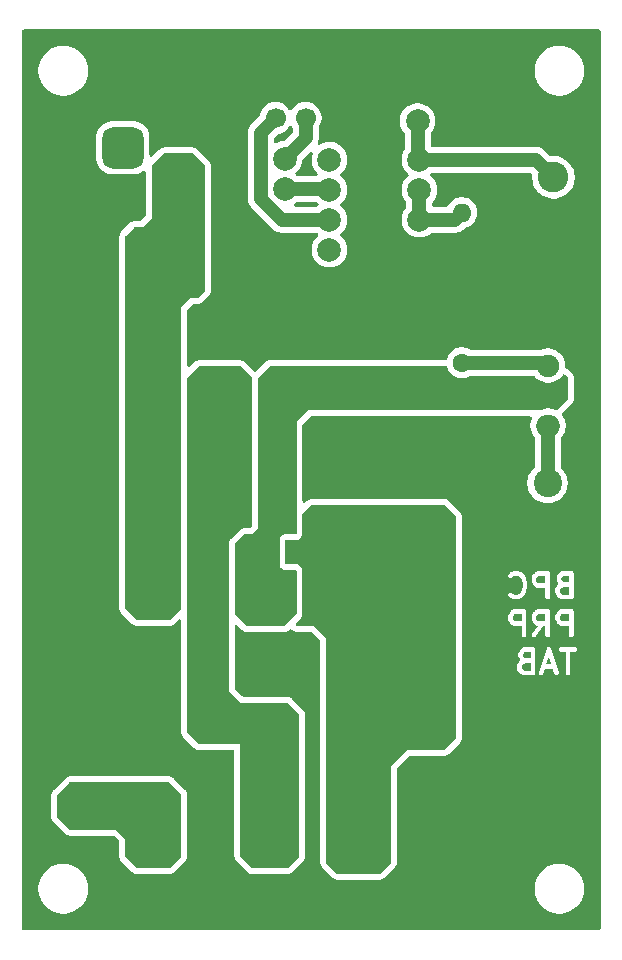
<source format=gbr>
%TF.GenerationSoftware,KiCad,Pcbnew,9.0.1*%
%TF.CreationDate,2025-10-22T15:58:42-03:00*%
%TF.ProjectId,SEPIC,53455049-432e-46b6-9963-61645f706362,rev?*%
%TF.SameCoordinates,Original*%
%TF.FileFunction,Copper,L2,Bot*%
%TF.FilePolarity,Positive*%
%FSLAX46Y46*%
G04 Gerber Fmt 4.6, Leading zero omitted, Abs format (unit mm)*
G04 Created by KiCad (PCBNEW 9.0.1) date 2025-10-22 15:58:42*
%MOMM*%
%LPD*%
G01*
G04 APERTURE LIST*
G04 Aperture macros list*
%AMRoundRect*
0 Rectangle with rounded corners*
0 $1 Rounding radius*
0 $2 $3 $4 $5 $6 $7 $8 $9 X,Y pos of 4 corners*
0 Add a 4 corners polygon primitive as box body*
4,1,4,$2,$3,$4,$5,$6,$7,$8,$9,$2,$3,0*
0 Add four circle primitives for the rounded corners*
1,1,$1+$1,$2,$3*
1,1,$1+$1,$4,$5*
1,1,$1+$1,$6,$7*
1,1,$1+$1,$8,$9*
0 Add four rect primitives between the rounded corners*
20,1,$1+$1,$2,$3,$4,$5,0*
20,1,$1+$1,$4,$5,$6,$7,0*
20,1,$1+$1,$6,$7,$8,$9,0*
20,1,$1+$1,$8,$9,$2,$3,0*%
G04 Aperture macros list end*
%ADD10C,0.400000*%
%TA.AperFunction,ComponentPad*%
%ADD11C,2.400000*%
%TD*%
%TA.AperFunction,ComponentPad*%
%ADD12O,2.400000X2.400000*%
%TD*%
%TA.AperFunction,ComponentPad*%
%ADD13C,2.000000*%
%TD*%
%TA.AperFunction,ComponentPad*%
%ADD14R,3.500000X3.500000*%
%TD*%
%TA.AperFunction,ComponentPad*%
%ADD15RoundRect,0.750000X-1.000000X0.750000X-1.000000X-0.750000X1.000000X-0.750000X1.000000X0.750000X0*%
%TD*%
%TA.AperFunction,ComponentPad*%
%ADD16RoundRect,0.875000X-0.875000X0.875000X-0.875000X-0.875000X0.875000X-0.875000X0.875000X0.875000X0*%
%TD*%
%TA.AperFunction,ComponentPad*%
%ADD17R,2.200000X2.200000*%
%TD*%
%TA.AperFunction,ComponentPad*%
%ADD18C,2.200000*%
%TD*%
%TA.AperFunction,ComponentPad*%
%ADD19C,1.700000*%
%TD*%
%TA.AperFunction,ComponentPad*%
%ADD20C,1.600000*%
%TD*%
%TA.AperFunction,ComponentPad*%
%ADD21R,2.000000X2.000000*%
%TD*%
%TA.AperFunction,ComponentPad*%
%ADD22O,1.600000X1.600000*%
%TD*%
%TA.AperFunction,ComponentPad*%
%ADD23RoundRect,0.250000X1.050000X-1.050000X1.050000X1.050000X-1.050000X1.050000X-1.050000X-1.050000X0*%
%TD*%
%TA.AperFunction,ComponentPad*%
%ADD24C,2.600000*%
%TD*%
%TA.AperFunction,ComponentPad*%
%ADD25RoundRect,0.250000X-1.050000X-1.050000X1.050000X-1.050000X1.050000X1.050000X-1.050000X1.050000X0*%
%TD*%
%TA.AperFunction,ComponentPad*%
%ADD26C,1.905000*%
%TD*%
%TA.AperFunction,ComponentPad*%
%ADD27O,2.000000X1.905000*%
%TD*%
%TA.AperFunction,Conductor*%
%ADD28C,1.200000*%
%TD*%
G04 APERTURE END LIST*
D10*
G36*
X80322556Y-77034438D02*
G01*
X79807864Y-77034438D01*
X79688646Y-76974829D01*
X79639308Y-76925489D01*
X79579699Y-76806271D01*
X79579699Y-76614984D01*
X79639308Y-76495765D01*
X79678209Y-76456864D01*
X79888346Y-76386819D01*
X80322556Y-76386819D01*
X80322556Y-77034438D01*
G37*
G36*
X80322556Y-75986819D02*
G01*
X79903102Y-75986819D01*
X79783884Y-75927209D01*
X79734546Y-75877871D01*
X79674937Y-75758652D01*
X79674937Y-75662603D01*
X79734546Y-75543384D01*
X79783884Y-75494047D01*
X79903102Y-75434438D01*
X80322556Y-75434438D01*
X80322556Y-75986819D01*
G37*
G36*
X82054594Y-76463009D02*
G01*
X81657185Y-76463009D01*
X81855889Y-75866894D01*
X82054594Y-76463009D01*
G37*
G36*
X81560652Y-72862169D02*
G01*
X81045960Y-72862169D01*
X80926742Y-72802560D01*
X80877404Y-72753220D01*
X80817795Y-72634002D01*
X80817795Y-72442715D01*
X80877404Y-72323496D01*
X80926742Y-72274159D01*
X81045960Y-72214550D01*
X81560652Y-72214550D01*
X81560652Y-72862169D01*
G37*
G36*
X79560652Y-72862169D02*
G01*
X79045960Y-72862169D01*
X78926742Y-72802560D01*
X78877404Y-72753220D01*
X78817795Y-72634002D01*
X78817795Y-72442715D01*
X78877404Y-72323496D01*
X78926742Y-72274159D01*
X79045960Y-72214550D01*
X79560652Y-72214550D01*
X79560652Y-72862169D01*
G37*
G36*
X83560652Y-72862169D02*
G01*
X83045960Y-72862169D01*
X82926742Y-72802560D01*
X82877404Y-72753220D01*
X82817795Y-72634002D01*
X82817795Y-72442715D01*
X82877404Y-72323496D01*
X82926742Y-72274159D01*
X83045960Y-72214550D01*
X83560652Y-72214550D01*
X83560652Y-72862169D01*
G37*
G36*
X83560652Y-70594662D02*
G01*
X83045960Y-70594662D01*
X82926742Y-70535053D01*
X82877404Y-70485713D01*
X82817795Y-70366495D01*
X82817795Y-70175208D01*
X82877404Y-70055989D01*
X82916305Y-70017088D01*
X83126442Y-69947043D01*
X83560652Y-69947043D01*
X83560652Y-70594662D01*
G37*
G36*
X83560652Y-69547043D02*
G01*
X83141198Y-69547043D01*
X83021980Y-69487433D01*
X82972642Y-69438095D01*
X82913033Y-69318876D01*
X82913033Y-69222827D01*
X82972642Y-69103608D01*
X83021980Y-69054271D01*
X83141198Y-68994662D01*
X83560652Y-68994662D01*
X83560652Y-69547043D01*
G37*
G36*
X81560652Y-69642281D02*
G01*
X81045960Y-69642281D01*
X80926742Y-69582672D01*
X80877404Y-69533332D01*
X80817795Y-69414114D01*
X80817795Y-69222827D01*
X80877404Y-69103608D01*
X80926742Y-69054271D01*
X81045960Y-68994662D01*
X81560652Y-68994662D01*
X81560652Y-69642281D01*
G37*
G36*
X84464745Y-77656660D02*
G01*
X78195573Y-77656660D01*
X78195573Y-76567771D01*
X79179699Y-76567771D01*
X79179699Y-76853485D01*
X79183542Y-76892503D01*
X79186291Y-76899140D01*
X79186801Y-76906310D01*
X79200814Y-76942928D01*
X79296052Y-77133404D01*
X79306623Y-77150197D01*
X79308643Y-77155074D01*
X79313149Y-77160565D01*
X79316938Y-77166584D01*
X79320929Y-77170045D01*
X79333515Y-77185382D01*
X79428753Y-77280621D01*
X79444092Y-77293210D01*
X79447552Y-77297199D01*
X79453563Y-77300983D01*
X79459060Y-77305494D01*
X79463942Y-77307516D01*
X79480732Y-77318085D01*
X79671209Y-77413324D01*
X79707826Y-77427336D01*
X79714995Y-77427845D01*
X79721633Y-77430595D01*
X79760651Y-77434438D01*
X80522556Y-77434438D01*
X80561574Y-77430595D01*
X80633670Y-77400732D01*
X80688850Y-77345552D01*
X80718713Y-77273456D01*
X80722556Y-77234438D01*
X80722556Y-77209423D01*
X80990794Y-77209423D01*
X80996325Y-77287263D01*
X81031224Y-77357061D01*
X81090177Y-77408190D01*
X81164208Y-77432867D01*
X81242048Y-77427336D01*
X81311846Y-77392437D01*
X81362975Y-77333484D01*
X81378960Y-77297684D01*
X81523852Y-76863009D01*
X82187928Y-76863009D01*
X82332819Y-77297684D01*
X82348804Y-77333484D01*
X82399933Y-77392437D01*
X82469731Y-77427336D01*
X82547571Y-77432868D01*
X82621602Y-77408190D01*
X82680555Y-77357061D01*
X82715454Y-77287263D01*
X82720985Y-77209424D01*
X82712293Y-77171193D01*
X82053703Y-75195420D01*
X82707352Y-75195420D01*
X82707352Y-75273456D01*
X82737215Y-75345552D01*
X82792395Y-75400732D01*
X82864491Y-75430595D01*
X82903509Y-75434438D01*
X83274938Y-75434438D01*
X83274938Y-77234438D01*
X83278781Y-77273456D01*
X83308644Y-77345552D01*
X83363824Y-77400732D01*
X83435920Y-77430595D01*
X83513956Y-77430595D01*
X83586052Y-77400732D01*
X83641232Y-77345552D01*
X83671095Y-77273456D01*
X83674938Y-77234438D01*
X83674938Y-75434438D01*
X84046366Y-75434438D01*
X84085384Y-75430595D01*
X84157480Y-75400732D01*
X84212660Y-75345552D01*
X84242523Y-75273456D01*
X84242523Y-75195420D01*
X84212660Y-75123324D01*
X84157480Y-75068144D01*
X84085384Y-75038281D01*
X84046366Y-75034438D01*
X82903509Y-75034438D01*
X82864491Y-75038281D01*
X82792395Y-75068144D01*
X82737215Y-75123324D01*
X82707352Y-75195420D01*
X82053703Y-75195420D01*
X82045627Y-75171193D01*
X82029642Y-75135392D01*
X82020280Y-75124597D01*
X82013889Y-75111815D01*
X81994943Y-75095384D01*
X81978513Y-75076439D01*
X81965730Y-75070047D01*
X81954936Y-75060686D01*
X81931149Y-75052757D01*
X81908715Y-75041540D01*
X81894459Y-75040527D01*
X81880905Y-75036009D01*
X81855892Y-75037786D01*
X81830875Y-75036009D01*
X81817317Y-75040528D01*
X81803065Y-75041541D01*
X81780635Y-75052755D01*
X81756844Y-75060686D01*
X81746049Y-75070047D01*
X81733267Y-75076439D01*
X81716836Y-75095384D01*
X81697891Y-75111815D01*
X81691499Y-75124597D01*
X81682138Y-75135392D01*
X81666153Y-75171193D01*
X80999486Y-77171192D01*
X80990794Y-77209423D01*
X80722556Y-77209423D01*
X80722556Y-75234438D01*
X80718713Y-75195420D01*
X80688850Y-75123324D01*
X80633670Y-75068144D01*
X80561574Y-75038281D01*
X80522556Y-75034438D01*
X79855889Y-75034438D01*
X79816871Y-75038281D01*
X79810233Y-75041030D01*
X79803064Y-75041540D01*
X79766447Y-75055552D01*
X79575970Y-75150791D01*
X79559178Y-75161360D01*
X79554299Y-75163382D01*
X79548806Y-75167889D01*
X79542790Y-75171677D01*
X79539328Y-75175668D01*
X79523992Y-75188255D01*
X79428754Y-75283493D01*
X79416167Y-75298828D01*
X79412176Y-75302291D01*
X79408388Y-75308307D01*
X79403881Y-75313800D01*
X79401859Y-75318679D01*
X79391290Y-75335471D01*
X79296052Y-75525947D01*
X79282039Y-75562565D01*
X79281529Y-75569734D01*
X79278780Y-75576372D01*
X79274937Y-75615390D01*
X79274937Y-75805866D01*
X79278780Y-75844884D01*
X79281529Y-75851521D01*
X79282039Y-75858691D01*
X79296052Y-75895309D01*
X79391290Y-76085785D01*
X79401859Y-76102576D01*
X79403881Y-76107456D01*
X79408388Y-76112948D01*
X79412176Y-76118965D01*
X79416167Y-76122427D01*
X79428754Y-76137763D01*
X79430331Y-76139340D01*
X79428754Y-76140636D01*
X79333516Y-76235874D01*
X79320929Y-76251209D01*
X79316938Y-76254672D01*
X79313150Y-76260688D01*
X79308643Y-76266181D01*
X79306621Y-76271060D01*
X79296052Y-76287852D01*
X79200814Y-76478328D01*
X79186801Y-76514946D01*
X79186291Y-76522115D01*
X79183542Y-76528753D01*
X79179699Y-76567771D01*
X78195573Y-76567771D01*
X78195573Y-72395502D01*
X78417795Y-72395502D01*
X78417795Y-72681216D01*
X78421638Y-72720234D01*
X78424387Y-72726871D01*
X78424897Y-72734041D01*
X78438910Y-72770659D01*
X78534148Y-72961135D01*
X78544719Y-72977928D01*
X78546739Y-72982805D01*
X78551245Y-72988296D01*
X78555034Y-72994315D01*
X78559025Y-72997776D01*
X78571611Y-73013113D01*
X78666849Y-73108352D01*
X78682188Y-73120941D01*
X78685648Y-73124930D01*
X78691659Y-73128714D01*
X78697156Y-73133225D01*
X78702038Y-73135247D01*
X78718828Y-73145816D01*
X78909305Y-73241055D01*
X78945922Y-73255067D01*
X78953091Y-73255576D01*
X78959729Y-73258326D01*
X78998747Y-73262169D01*
X79560652Y-73262169D01*
X79560652Y-74014550D01*
X79564495Y-74053568D01*
X79594358Y-74125664D01*
X79649538Y-74180844D01*
X79721634Y-74210707D01*
X79799670Y-74210707D01*
X79871766Y-74180844D01*
X79926946Y-74125664D01*
X79956809Y-74053568D01*
X79960652Y-74014550D01*
X79960652Y-72395502D01*
X80417795Y-72395502D01*
X80417795Y-72681216D01*
X80421638Y-72720234D01*
X80424387Y-72726871D01*
X80424897Y-72734041D01*
X80438910Y-72770659D01*
X80534148Y-72961135D01*
X80544719Y-72977928D01*
X80546739Y-72982805D01*
X80551245Y-72988296D01*
X80555034Y-72994315D01*
X80559025Y-72997776D01*
X80571611Y-73013113D01*
X80666849Y-73108352D01*
X80682188Y-73120941D01*
X80685648Y-73124930D01*
X80691659Y-73128714D01*
X80697156Y-73133225D01*
X80702038Y-73135247D01*
X80718828Y-73145816D01*
X80909305Y-73241055D01*
X80913883Y-73242807D01*
X80453949Y-73899857D01*
X80434722Y-73934026D01*
X80417842Y-74010215D01*
X80431404Y-74087064D01*
X80473342Y-74152873D01*
X80537271Y-74197623D01*
X80613460Y-74214503D01*
X80690309Y-74200941D01*
X80756118Y-74159003D01*
X80781641Y-74129243D01*
X81388593Y-73262169D01*
X81560652Y-73262169D01*
X81560652Y-74014550D01*
X81564495Y-74053568D01*
X81594358Y-74125664D01*
X81649538Y-74180844D01*
X81721634Y-74210707D01*
X81799670Y-74210707D01*
X81871766Y-74180844D01*
X81926946Y-74125664D01*
X81956809Y-74053568D01*
X81960652Y-74014550D01*
X81960652Y-72395502D01*
X82417795Y-72395502D01*
X82417795Y-72681216D01*
X82421638Y-72720234D01*
X82424387Y-72726871D01*
X82424897Y-72734041D01*
X82438910Y-72770659D01*
X82534148Y-72961135D01*
X82544719Y-72977928D01*
X82546739Y-72982805D01*
X82551245Y-72988296D01*
X82555034Y-72994315D01*
X82559025Y-72997776D01*
X82571611Y-73013113D01*
X82666849Y-73108352D01*
X82682188Y-73120941D01*
X82685648Y-73124930D01*
X82691659Y-73128714D01*
X82697156Y-73133225D01*
X82702038Y-73135247D01*
X82718828Y-73145816D01*
X82909305Y-73241055D01*
X82945922Y-73255067D01*
X82953091Y-73255576D01*
X82959729Y-73258326D01*
X82998747Y-73262169D01*
X83560652Y-73262169D01*
X83560652Y-74014550D01*
X83564495Y-74053568D01*
X83594358Y-74125664D01*
X83649538Y-74180844D01*
X83721634Y-74210707D01*
X83799670Y-74210707D01*
X83871766Y-74180844D01*
X83926946Y-74125664D01*
X83956809Y-74053568D01*
X83960652Y-74014550D01*
X83960652Y-72014550D01*
X83956809Y-71975532D01*
X83926946Y-71903436D01*
X83871766Y-71848256D01*
X83799670Y-71818393D01*
X83760652Y-71814550D01*
X82998747Y-71814550D01*
X82959729Y-71818393D01*
X82953091Y-71821142D01*
X82945922Y-71821652D01*
X82909305Y-71835664D01*
X82718828Y-71930903D01*
X82702036Y-71941472D01*
X82697157Y-71943494D01*
X82691664Y-71948001D01*
X82685648Y-71951789D01*
X82682186Y-71955780D01*
X82666850Y-71968367D01*
X82571612Y-72063605D01*
X82559025Y-72078940D01*
X82555034Y-72082403D01*
X82551246Y-72088419D01*
X82546739Y-72093912D01*
X82544717Y-72098791D01*
X82534148Y-72115583D01*
X82438910Y-72306059D01*
X82424897Y-72342677D01*
X82424387Y-72349846D01*
X82421638Y-72356484D01*
X82417795Y-72395502D01*
X81960652Y-72395502D01*
X81960652Y-72014550D01*
X81956809Y-71975532D01*
X81926946Y-71903436D01*
X81871766Y-71848256D01*
X81799670Y-71818393D01*
X81760652Y-71814550D01*
X80998747Y-71814550D01*
X80959729Y-71818393D01*
X80953091Y-71821142D01*
X80945922Y-71821652D01*
X80909305Y-71835664D01*
X80718828Y-71930903D01*
X80702036Y-71941472D01*
X80697157Y-71943494D01*
X80691664Y-71948001D01*
X80685648Y-71951789D01*
X80682186Y-71955780D01*
X80666850Y-71968367D01*
X80571612Y-72063605D01*
X80559025Y-72078940D01*
X80555034Y-72082403D01*
X80551246Y-72088419D01*
X80546739Y-72093912D01*
X80544717Y-72098791D01*
X80534148Y-72115583D01*
X80438910Y-72306059D01*
X80424897Y-72342677D01*
X80424387Y-72349846D01*
X80421638Y-72356484D01*
X80417795Y-72395502D01*
X79960652Y-72395502D01*
X79960652Y-72014550D01*
X79956809Y-71975532D01*
X79926946Y-71903436D01*
X79871766Y-71848256D01*
X79799670Y-71818393D01*
X79760652Y-71814550D01*
X78998747Y-71814550D01*
X78959729Y-71818393D01*
X78953091Y-71821142D01*
X78945922Y-71821652D01*
X78909305Y-71835664D01*
X78718828Y-71930903D01*
X78702036Y-71941472D01*
X78697157Y-71943494D01*
X78691664Y-71948001D01*
X78685648Y-71951789D01*
X78682186Y-71955780D01*
X78666850Y-71968367D01*
X78571612Y-72063605D01*
X78559025Y-72078940D01*
X78555034Y-72082403D01*
X78551246Y-72088419D01*
X78546739Y-72093912D01*
X78544717Y-72098791D01*
X78534148Y-72115583D01*
X78438910Y-72306059D01*
X78424897Y-72342677D01*
X78424387Y-72349846D01*
X78421638Y-72356484D01*
X78417795Y-72395502D01*
X78195573Y-72395502D01*
X78195573Y-68946120D01*
X78421638Y-68946120D01*
X78421638Y-69024156D01*
X78451501Y-69096252D01*
X78506681Y-69151432D01*
X78578777Y-69181295D01*
X78656813Y-69181295D01*
X78728909Y-69151432D01*
X78759216Y-69126559D01*
X78821067Y-69064707D01*
X79031204Y-68994662D01*
X79156767Y-68994662D01*
X79366902Y-69064706D01*
X79501043Y-69198848D01*
X79571947Y-69340655D01*
X79655890Y-69676427D01*
X79655890Y-69912896D01*
X79571947Y-70248668D01*
X79501043Y-70390474D01*
X79366901Y-70524617D01*
X79156767Y-70594662D01*
X79031204Y-70594662D01*
X78821068Y-70524616D01*
X78759217Y-70462764D01*
X78728910Y-70437892D01*
X78656814Y-70408028D01*
X78578778Y-70408028D01*
X78506682Y-70437891D01*
X78451502Y-70493070D01*
X78421638Y-70565166D01*
X78421638Y-70643202D01*
X78451501Y-70715298D01*
X78476373Y-70745606D01*
X78571611Y-70840845D01*
X78601918Y-70865718D01*
X78608559Y-70868469D01*
X78613987Y-70873176D01*
X78649787Y-70889161D01*
X78935501Y-70984399D01*
X78954850Y-70988798D01*
X78959729Y-70990819D01*
X78966803Y-70991515D01*
X78973732Y-70993091D01*
X78978997Y-70992716D01*
X78998747Y-70994662D01*
X79189223Y-70994662D01*
X79208971Y-70992716D01*
X79214237Y-70993091D01*
X79221164Y-70991515D01*
X79228241Y-70990819D01*
X79233121Y-70988797D01*
X79252468Y-70984399D01*
X79538183Y-70889161D01*
X79573984Y-70873176D01*
X79579411Y-70868468D01*
X79586052Y-70865718D01*
X79616360Y-70840845D01*
X79806835Y-70650368D01*
X79819421Y-70635031D01*
X79823413Y-70631570D01*
X79827200Y-70625553D01*
X79831708Y-70620061D01*
X79833729Y-70615181D01*
X79844299Y-70598390D01*
X79939538Y-70407913D01*
X79940630Y-70405057D01*
X79941489Y-70403899D01*
X79947335Y-70387535D01*
X79953550Y-70371296D01*
X79953652Y-70369857D01*
X79954681Y-70366978D01*
X80049918Y-69986026D01*
X80050918Y-69979262D01*
X80052047Y-69976537D01*
X80053495Y-69961834D01*
X80055653Y-69947241D01*
X80055219Y-69944327D01*
X80055890Y-69937519D01*
X80055890Y-69651804D01*
X80055219Y-69644995D01*
X80055653Y-69642082D01*
X80053495Y-69627488D01*
X80052047Y-69612786D01*
X80050918Y-69610060D01*
X80049918Y-69603297D01*
X79954681Y-69222345D01*
X79953652Y-69219465D01*
X79953550Y-69218027D01*
X79947335Y-69201787D01*
X79941489Y-69185424D01*
X79940630Y-69184265D01*
X79939538Y-69181410D01*
X79936640Y-69175614D01*
X80417795Y-69175614D01*
X80417795Y-69461328D01*
X80421638Y-69500346D01*
X80424387Y-69506983D01*
X80424897Y-69514153D01*
X80438910Y-69550771D01*
X80534148Y-69741247D01*
X80544719Y-69758040D01*
X80546739Y-69762917D01*
X80551245Y-69768408D01*
X80555034Y-69774427D01*
X80559025Y-69777888D01*
X80571611Y-69793225D01*
X80666849Y-69888464D01*
X80682188Y-69901053D01*
X80685648Y-69905042D01*
X80691659Y-69908826D01*
X80697156Y-69913337D01*
X80702038Y-69915359D01*
X80718828Y-69925928D01*
X80909305Y-70021167D01*
X80945922Y-70035179D01*
X80953091Y-70035688D01*
X80959729Y-70038438D01*
X80998747Y-70042281D01*
X81560652Y-70042281D01*
X81560652Y-70794662D01*
X81564495Y-70833680D01*
X81594358Y-70905776D01*
X81649538Y-70960956D01*
X81721634Y-70990819D01*
X81799670Y-70990819D01*
X81871766Y-70960956D01*
X81926946Y-70905776D01*
X81956809Y-70833680D01*
X81960652Y-70794662D01*
X81960652Y-70127995D01*
X82417795Y-70127995D01*
X82417795Y-70413709D01*
X82421638Y-70452727D01*
X82424387Y-70459364D01*
X82424897Y-70466534D01*
X82438910Y-70503152D01*
X82534148Y-70693628D01*
X82544719Y-70710421D01*
X82546739Y-70715298D01*
X82551245Y-70720789D01*
X82555034Y-70726808D01*
X82559025Y-70730269D01*
X82571611Y-70745606D01*
X82666849Y-70840845D01*
X82682188Y-70853434D01*
X82685648Y-70857423D01*
X82691659Y-70861207D01*
X82697156Y-70865718D01*
X82702038Y-70867740D01*
X82718828Y-70878309D01*
X82909305Y-70973548D01*
X82945922Y-70987560D01*
X82953091Y-70988069D01*
X82959729Y-70990819D01*
X82998747Y-70994662D01*
X83760652Y-70994662D01*
X83799670Y-70990819D01*
X83871766Y-70960956D01*
X83926946Y-70905776D01*
X83956809Y-70833680D01*
X83960652Y-70794662D01*
X83960652Y-68794662D01*
X83956809Y-68755644D01*
X83926946Y-68683548D01*
X83871766Y-68628368D01*
X83799670Y-68598505D01*
X83760652Y-68594662D01*
X83093985Y-68594662D01*
X83054967Y-68598505D01*
X83048329Y-68601254D01*
X83041160Y-68601764D01*
X83004543Y-68615776D01*
X82814066Y-68711015D01*
X82797274Y-68721584D01*
X82792395Y-68723606D01*
X82786902Y-68728113D01*
X82780886Y-68731901D01*
X82777424Y-68735892D01*
X82762088Y-68748479D01*
X82666850Y-68843717D01*
X82654263Y-68859052D01*
X82650272Y-68862515D01*
X82646484Y-68868531D01*
X82641977Y-68874024D01*
X82639955Y-68878903D01*
X82629386Y-68895695D01*
X82534148Y-69086171D01*
X82520135Y-69122789D01*
X82519625Y-69129958D01*
X82516876Y-69136596D01*
X82513033Y-69175614D01*
X82513033Y-69366090D01*
X82516876Y-69405108D01*
X82519625Y-69411745D01*
X82520135Y-69418915D01*
X82534148Y-69455533D01*
X82629386Y-69646009D01*
X82639955Y-69662800D01*
X82641977Y-69667680D01*
X82646484Y-69673172D01*
X82650272Y-69679189D01*
X82654263Y-69682651D01*
X82666850Y-69697987D01*
X82668427Y-69699564D01*
X82666850Y-69700860D01*
X82571612Y-69796098D01*
X82559025Y-69811433D01*
X82555034Y-69814896D01*
X82551246Y-69820912D01*
X82546739Y-69826405D01*
X82544717Y-69831284D01*
X82534148Y-69848076D01*
X82438910Y-70038552D01*
X82424897Y-70075170D01*
X82424387Y-70082339D01*
X82421638Y-70088977D01*
X82417795Y-70127995D01*
X81960652Y-70127995D01*
X81960652Y-68794662D01*
X81956809Y-68755644D01*
X81926946Y-68683548D01*
X81871766Y-68628368D01*
X81799670Y-68598505D01*
X81760652Y-68594662D01*
X80998747Y-68594662D01*
X80959729Y-68598505D01*
X80953091Y-68601254D01*
X80945922Y-68601764D01*
X80909305Y-68615776D01*
X80718828Y-68711015D01*
X80702036Y-68721584D01*
X80697157Y-68723606D01*
X80691664Y-68728113D01*
X80685648Y-68731901D01*
X80682186Y-68735892D01*
X80666850Y-68748479D01*
X80571612Y-68843717D01*
X80559025Y-68859052D01*
X80555034Y-68862515D01*
X80551246Y-68868531D01*
X80546739Y-68874024D01*
X80544717Y-68878903D01*
X80534148Y-68895695D01*
X80438910Y-69086171D01*
X80424897Y-69122789D01*
X80424387Y-69129958D01*
X80421638Y-69136596D01*
X80417795Y-69175614D01*
X79936640Y-69175614D01*
X79844299Y-68990933D01*
X79833729Y-68974141D01*
X79831708Y-68969262D01*
X79827199Y-68963768D01*
X79823413Y-68957753D01*
X79819423Y-68954292D01*
X79806836Y-68938955D01*
X79616359Y-68748479D01*
X79586052Y-68723606D01*
X79579412Y-68720855D01*
X79573984Y-68716148D01*
X79538183Y-68700163D01*
X79252468Y-68604925D01*
X79233121Y-68600526D01*
X79228241Y-68598505D01*
X79221164Y-68597808D01*
X79214237Y-68596233D01*
X79208971Y-68596607D01*
X79189223Y-68594662D01*
X78998747Y-68594662D01*
X78978997Y-68596607D01*
X78973732Y-68596233D01*
X78966803Y-68597808D01*
X78959729Y-68598505D01*
X78954850Y-68600525D01*
X78935501Y-68604925D01*
X78649787Y-68700163D01*
X78613987Y-68716148D01*
X78608558Y-68720855D01*
X78601919Y-68723606D01*
X78571612Y-68748479D01*
X78476374Y-68843717D01*
X78451501Y-68874024D01*
X78421638Y-68946120D01*
X78195573Y-68946120D01*
X78195573Y-68372440D01*
X84464745Y-68372440D01*
X84464745Y-77656660D01*
G37*
D11*
%TO.P,TP2,1,1*%
%TO.N,Net-(L1-Pad3)*%
X42750000Y-88500000D03*
D12*
%TO.P,TP2,2,2*%
%TO.N,GND*%
X42750000Y-63100000D03*
%TD*%
D11*
%TO.P,TP1,1,1*%
%TO.N,Net-(Q1-S)*%
X81750000Y-61150000D03*
D12*
%TO.P,TP1,2,2*%
%TO.N,GND*%
X81750000Y-86550000D03*
%TD*%
D13*
%TO.P,C5,1*%
%TO.N,out*%
X72250000Y-82250000D03*
%TO.P,C5,2*%
%TO.N,GND*%
X75750000Y-82250000D03*
%TD*%
D14*
%TO.P,J2,1*%
%TO.N,+24V*%
X50500000Y-35750000D03*
D15*
%TO.P,J2,2*%
%TO.N,GND*%
X50500000Y-29750000D03*
D16*
%TO.P,J2,3,MountPin*%
%TO.N,unconnected-(J2-MountPin-Pad3)*%
X45800000Y-32750000D03*
%TD*%
D17*
%TO.P,L1,1*%
%TO.N,Net-(Q1-D)*%
X58500000Y-70780000D03*
D18*
%TO.P,L1,2*%
%TO.N,+24V*%
X48340000Y-70780000D03*
%TO.P,L1,3*%
%TO.N,Net-(L1-Pad3)*%
X48340000Y-91100000D03*
%TO.P,L1,4*%
%TO.N,Net-(D1-A)*%
X58500000Y-91100000D03*
%TD*%
%TO.P,C2,1*%
%TO.N,Net-(Q1-D)*%
X69750000Y-53250000D03*
%TO.P,C2,2*%
%TO.N,Net-(D1-A)*%
X54750000Y-53250000D03*
%TD*%
D19*
%TO.P,J3,1,Pin_1*%
%TO.N,Net-(J3-Pin_1)*%
X58725000Y-30250000D03*
%TO.P,J3,2,Pin_2*%
%TO.N,Net-(J3-Pin_2)*%
X61265000Y-30250000D03*
%TD*%
D20*
%TO.P,C4,1*%
%TO.N,out*%
X73000000Y-73500000D03*
%TO.P,C4,2*%
%TO.N,GND*%
X75500000Y-73500000D03*
%TD*%
D13*
%TO.P,C1,1*%
%TO.N,+24V*%
X48000000Y-47500000D03*
%TO.P,C1,2*%
%TO.N,GND*%
X43000000Y-47500000D03*
%TD*%
%TO.P,R1,1*%
%TO.N,Net-(U1-A)*%
X59500000Y-36240000D03*
%TO.P,R1,2*%
%TO.N,Net-(J3-Pin_2)*%
X59500000Y-33700000D03*
%TD*%
%TO.P,C3,1*%
%TO.N,out*%
X72250000Y-64750000D03*
%TO.P,C3,2*%
%TO.N,GND*%
X75750000Y-64750000D03*
%TD*%
D21*
%TO.P,D1,1,K*%
%TO.N,out*%
X60560000Y-67000000D03*
D18*
%TO.P,D1,2,A*%
%TO.N,Net-(D1-A)*%
X52940000Y-67000000D03*
%TD*%
D20*
%TO.P,R2,1*%
%TO.N,PWM*%
X74500000Y-50950000D03*
D22*
%TO.P,R2,2*%
%TO.N,Net-(R2-Pad2)*%
X74500000Y-38250000D03*
%TD*%
D23*
%TO.P,J1,1,Pin_1*%
%TO.N,GND*%
X82250000Y-40345000D03*
D24*
%TO.P,J1,2,Pin_2*%
%TO.N,VCC*%
X82250000Y-35265000D03*
%TD*%
D25*
%TO.P,J4,1,Pin_1*%
%TO.N,out*%
X65500000Y-92500000D03*
D24*
%TO.P,J4,2,Pin_2*%
%TO.N,GND*%
X70580000Y-92500000D03*
%TD*%
D13*
%TO.P,C6,1*%
%TO.N,VCC*%
X70750000Y-30500000D03*
%TO.P,C6,2*%
%TO.N,GND*%
X65750000Y-30500000D03*
%TD*%
%TO.P,U1,1,NC*%
%TO.N,unconnected-(U1-NC-Pad1)*%
X63280000Y-33780000D03*
%TO.P,U1,2,A*%
%TO.N,Net-(U1-A)*%
X63280000Y-36320000D03*
%TO.P,U1,3,C*%
%TO.N,Net-(J3-Pin_1)*%
X63280000Y-38860000D03*
%TO.P,U1,4,NC*%
%TO.N,unconnected-(U1-NC-Pad4)*%
X63280000Y-41400000D03*
%TO.P,U1,5,VEE*%
%TO.N,GND*%
X70900000Y-41400000D03*
%TO.P,U1,6,VO*%
%TO.N,Net-(R2-Pad2)*%
X70900000Y-38860000D03*
%TO.P,U1,7,VO*%
X70900000Y-36320000D03*
%TO.P,U1,8,VCC*%
%TO.N,VCC*%
X70900000Y-33780000D03*
%TD*%
D26*
%TO.P,Q1,1,G*%
%TO.N,PWM*%
X81805000Y-51210000D03*
D27*
%TO.P,Q1,2,D*%
%TO.N,Net-(Q1-D)*%
X81805000Y-53750000D03*
%TO.P,Q1,3,S*%
%TO.N,Net-(Q1-S)*%
X81805000Y-56290000D03*
%TD*%
D28*
%TO.N,PWM*%
X74500000Y-50950000D02*
X81545000Y-50950000D01*
X81545000Y-50950000D02*
X81805000Y-51210000D01*
%TO.N,Net-(J3-Pin_1)*%
X58725000Y-30250000D02*
X57499000Y-31476000D01*
X59290158Y-38860000D02*
X63280000Y-38860000D01*
X57499000Y-37068842D02*
X59290158Y-38860000D01*
X57499000Y-31476000D02*
X57499000Y-37068842D01*
%TO.N,Net-(J3-Pin_2)*%
X61265000Y-30250000D02*
X61265000Y-31935000D01*
X61265000Y-31935000D02*
X59500000Y-33700000D01*
%TO.N,VCC*%
X80765000Y-33780000D02*
X82250000Y-35265000D01*
X70750000Y-30500000D02*
X70750000Y-33630000D01*
X70750000Y-33630000D02*
X70900000Y-33780000D01*
X70900000Y-33780000D02*
X80765000Y-33780000D01*
%TO.N,Net-(U1-A)*%
X63200000Y-36240000D02*
X63280000Y-36320000D01*
X59700000Y-36240000D02*
X63200000Y-36240000D01*
%TO.N,Net-(R2-Pad2)*%
X70900000Y-36320000D02*
X70900000Y-38860000D01*
X73890000Y-38860000D02*
X74500000Y-38250000D01*
X70900000Y-38860000D02*
X73890000Y-38860000D01*
%TO.N,Net-(Q1-S)*%
X81805000Y-61095000D02*
X81750000Y-61150000D01*
X81805000Y-56290000D02*
X81805000Y-61095000D01*
%TD*%
%TA.AperFunction,Conductor*%
%TO.N,Net-(Q1-D)*%
G36*
X73206998Y-51269685D02*
G01*
X73252753Y-51322489D01*
X73257887Y-51335675D01*
X73294780Y-51449219D01*
X73346255Y-51550245D01*
X73387715Y-51631613D01*
X73508028Y-51797213D01*
X73652786Y-51941971D01*
X73802166Y-52050500D01*
X73818390Y-52062287D01*
X73934607Y-52121503D01*
X74000776Y-52155218D01*
X74000778Y-52155218D01*
X74000781Y-52155220D01*
X74105137Y-52189127D01*
X74195465Y-52218477D01*
X74295512Y-52234323D01*
X74397648Y-52250500D01*
X74397649Y-52250500D01*
X74602351Y-52250500D01*
X74602352Y-52250500D01*
X74804534Y-52218477D01*
X74999219Y-52155220D01*
X75178220Y-52064014D01*
X75234512Y-52050500D01*
X80556471Y-52050500D01*
X80623510Y-52070185D01*
X80656788Y-52101613D01*
X80696714Y-52156566D01*
X80858434Y-52318286D01*
X81043462Y-52452717D01*
X81247242Y-52556548D01*
X81247244Y-52556549D01*
X81464751Y-52627221D01*
X81464752Y-52627221D01*
X81464755Y-52627222D01*
X81690646Y-52663000D01*
X81690647Y-52663000D01*
X81919353Y-52663000D01*
X81919354Y-52663000D01*
X82145245Y-52627222D01*
X82145248Y-52627221D01*
X82145249Y-52627221D01*
X82362755Y-52556549D01*
X82362755Y-52556548D01*
X82362758Y-52556548D01*
X82566538Y-52452717D01*
X82751566Y-52318286D01*
X82913286Y-52156566D01*
X83035525Y-51988317D01*
X83090854Y-51945653D01*
X83160467Y-51939674D01*
X83222262Y-51972279D01*
X83223523Y-51973523D01*
X83463681Y-52213681D01*
X83497166Y-52275004D01*
X83500000Y-52301362D01*
X83500000Y-53948637D01*
X83480315Y-54015676D01*
X83463681Y-54036318D01*
X82570872Y-54929126D01*
X82509549Y-54962611D01*
X82439857Y-54957627D01*
X82426896Y-54951929D01*
X82410261Y-54943453D01*
X82410256Y-54943451D01*
X82192747Y-54872778D01*
X82042151Y-54848926D01*
X81966854Y-54837000D01*
X81643146Y-54837000D01*
X81567849Y-54848926D01*
X81417253Y-54872778D01*
X81417250Y-54872778D01*
X81199744Y-54943450D01*
X81115285Y-54986485D01*
X81058990Y-55000000D01*
X61499999Y-55000000D01*
X60500000Y-55999999D01*
X60500000Y-65375500D01*
X60480315Y-65442539D01*
X60427511Y-65488294D01*
X60376000Y-65499500D01*
X59512129Y-65499500D01*
X59512123Y-65499501D01*
X59452516Y-65505908D01*
X59317671Y-65556202D01*
X59317664Y-65556206D01*
X59202455Y-65642452D01*
X59202452Y-65642455D01*
X59116206Y-65757664D01*
X59116202Y-65757671D01*
X59065908Y-65892517D01*
X59059501Y-65952116D01*
X59059500Y-65952135D01*
X59059500Y-68047870D01*
X59059501Y-68047876D01*
X59065908Y-68107483D01*
X59116202Y-68242328D01*
X59116206Y-68242335D01*
X59202452Y-68357544D01*
X59202455Y-68357547D01*
X59317664Y-68443793D01*
X59317671Y-68443797D01*
X59452517Y-68494091D01*
X59452516Y-68494091D01*
X59459444Y-68494835D01*
X59512127Y-68500500D01*
X60376002Y-68500499D01*
X60443039Y-68520183D01*
X60488794Y-68572987D01*
X60500000Y-68624499D01*
X60500000Y-72198638D01*
X60480315Y-72265677D01*
X60463681Y-72286319D01*
X59536319Y-73213681D01*
X59474996Y-73247166D01*
X59448638Y-73250000D01*
X56301362Y-73250000D01*
X56234323Y-73230315D01*
X56213681Y-73213681D01*
X55286319Y-72286319D01*
X55252834Y-72224996D01*
X55250000Y-72198638D01*
X55250000Y-66301362D01*
X55269685Y-66234323D01*
X55286319Y-66213681D01*
X55963681Y-65536319D01*
X56025004Y-65502834D01*
X56051362Y-65500000D01*
X56750000Y-65500000D01*
X57250000Y-65000000D01*
X57250000Y-52301362D01*
X57269685Y-52234323D01*
X57286319Y-52213681D01*
X58213681Y-51286319D01*
X58275004Y-51252834D01*
X58301362Y-51250000D01*
X73139959Y-51250000D01*
X73206998Y-51269685D01*
G37*
%TD.AperFunction*%
%TD*%
%TA.AperFunction,NonConductor*%
G36*
X60082580Y-30932553D02*
G01*
X60115542Y-30965515D01*
X60136042Y-30993730D01*
X60163684Y-31065735D01*
X60164500Y-31081312D01*
X60164500Y-31417440D01*
X60144538Y-31491940D01*
X60120859Y-31522799D01*
X59487799Y-32155859D01*
X59421004Y-32194423D01*
X59387730Y-32198803D01*
X59387749Y-32199040D01*
X59383233Y-32199395D01*
X59382440Y-32199500D01*
X59381908Y-32199500D01*
X59148632Y-32236447D01*
X58924008Y-32309432D01*
X58924003Y-32309434D01*
X58923997Y-32309437D01*
X58816144Y-32364391D01*
X58782110Y-32371625D01*
X58748500Y-32380631D01*
X58744625Y-32379592D01*
X58740702Y-32380427D01*
X58707609Y-32369674D01*
X58674000Y-32360669D01*
X58671163Y-32357832D01*
X58667349Y-32356593D01*
X58644071Y-32330740D01*
X58619462Y-32306131D01*
X58618423Y-32302255D01*
X58615740Y-32299275D01*
X58599500Y-32231631D01*
X58599500Y-31993559D01*
X58619462Y-31919059D01*
X58643138Y-31888203D01*
X58915345Y-31615995D01*
X58982138Y-31577433D01*
X58997387Y-31574191D01*
X59041243Y-31567246D01*
X59243412Y-31501557D01*
X59432816Y-31405051D01*
X59604792Y-31280104D01*
X59755104Y-31129792D01*
X59874456Y-30965517D01*
X59934396Y-30916979D01*
X60010574Y-30904913D01*
X60082580Y-30932553D01*
G37*
%TD.AperFunction*%
%TA.AperFunction,NonConductor*%
G36*
X61823545Y-33143514D02*
G01*
X61862109Y-33210309D01*
X61862109Y-33287437D01*
X61859894Y-33294916D01*
X61816447Y-33428632D01*
X61779500Y-33661908D01*
X61779500Y-33898092D01*
X61816447Y-34131368D01*
X61889432Y-34355992D01*
X61996657Y-34566433D01*
X62135483Y-34757510D01*
X62263116Y-34885143D01*
X62301679Y-34951936D01*
X62301679Y-35029064D01*
X62263115Y-35095859D01*
X62196320Y-35134423D01*
X62157756Y-35139500D01*
X60583244Y-35139500D01*
X60571253Y-35136287D01*
X60558899Y-35137498D01*
X60540522Y-35128052D01*
X60508744Y-35119538D01*
X60488662Y-35105632D01*
X60483042Y-35101015D01*
X60477510Y-35095483D01*
X60467111Y-35087928D01*
X60463708Y-35085132D01*
X60443747Y-35057247D01*
X60422173Y-35030607D01*
X60421461Y-35026114D01*
X60418814Y-35022416D01*
X60415470Y-34988292D01*
X60410106Y-34954429D01*
X60411735Y-34950183D01*
X60411292Y-34945655D01*
X60425463Y-34914418D01*
X60437745Y-34882423D01*
X60441835Y-34878332D01*
X60443158Y-34875418D01*
X60448760Y-34871407D01*
X60470713Y-34849455D01*
X60477510Y-34844517D01*
X60644517Y-34677510D01*
X60783343Y-34486433D01*
X60890568Y-34275992D01*
X60963553Y-34051368D01*
X61000500Y-33818092D01*
X61000500Y-33817560D01*
X61000559Y-33817338D01*
X61000960Y-33812251D01*
X61001902Y-33812325D01*
X61020462Y-33743060D01*
X61044141Y-33712201D01*
X61327710Y-33428632D01*
X61612829Y-33143512D01*
X61679622Y-33104950D01*
X61756750Y-33104950D01*
X61823545Y-33143514D01*
G37*
%TD.AperFunction*%
%TA.AperFunction,NonConductor*%
G36*
X62191255Y-37360462D02*
G01*
X62222113Y-37384140D01*
X62302490Y-37464517D01*
X62302493Y-37464519D01*
X62302494Y-37464520D01*
X62309290Y-37469458D01*
X62321307Y-37484299D01*
X62336836Y-37495414D01*
X62345156Y-37513751D01*
X62357827Y-37529399D01*
X62360813Y-37548258D01*
X62368705Y-37565650D01*
X62366741Y-37585692D01*
X62369891Y-37605578D01*
X62363047Y-37623404D01*
X62361186Y-37642410D01*
X62350230Y-37656792D01*
X62342250Y-37677582D01*
X62316294Y-37705128D01*
X62312866Y-37707944D01*
X62302490Y-37715483D01*
X62296963Y-37721009D01*
X62291342Y-37725628D01*
X62262628Y-37738656D01*
X62235320Y-37754423D01*
X62224840Y-37755802D01*
X62221106Y-37757497D01*
X62215867Y-37756983D01*
X62196756Y-37759500D01*
X60419965Y-37759500D01*
X60345465Y-37739538D01*
X60290927Y-37685000D01*
X60270965Y-37610500D01*
X60290927Y-37536000D01*
X60332385Y-37489957D01*
X60360599Y-37469458D01*
X60477510Y-37384517D01*
X60477887Y-37384139D01*
X60478081Y-37384027D01*
X60481960Y-37380715D01*
X60482573Y-37381433D01*
X60544680Y-37345577D01*
X60583244Y-37340500D01*
X62116755Y-37340500D01*
X62191255Y-37360462D01*
G37*
%TD.AperFunction*%
%TA.AperFunction,Conductor*%
%TO.N,+24V*%
G36*
X51765677Y-33269685D02*
G01*
X51786319Y-33286319D01*
X52713681Y-34213681D01*
X52747166Y-34275004D01*
X52750000Y-34301362D01*
X52750000Y-44823638D01*
X52730315Y-44890677D01*
X52713681Y-44911319D01*
X52161319Y-45463681D01*
X52099996Y-45497166D01*
X52073638Y-45500000D01*
X51499999Y-45500000D01*
X50750000Y-46249999D01*
X50750000Y-52254239D01*
X50748738Y-52271885D01*
X50744500Y-52301360D01*
X50744500Y-71704138D01*
X50724815Y-71771177D01*
X50708181Y-71791819D01*
X49786319Y-72713681D01*
X49724996Y-72747166D01*
X49698638Y-72750000D01*
X47051362Y-72750000D01*
X46984323Y-72730315D01*
X46963681Y-72713681D01*
X46036319Y-71786319D01*
X46002834Y-71724996D01*
X46000000Y-71698638D01*
X46000000Y-40301362D01*
X46019685Y-40234323D01*
X46036319Y-40213681D01*
X46713681Y-39536319D01*
X46775004Y-39502834D01*
X46801362Y-39500000D01*
X47500000Y-39500000D01*
X48250000Y-38750000D01*
X48250000Y-34301362D01*
X48269685Y-34234323D01*
X48286319Y-34213681D01*
X49213681Y-33286319D01*
X49275004Y-33252834D01*
X49301362Y-33250000D01*
X51698638Y-33250000D01*
X51765677Y-33269685D01*
G37*
%TD.AperFunction*%
%TD*%
%TA.AperFunction,Conductor*%
%TO.N,Net-(L1-Pad3)*%
G36*
X49765677Y-86519685D02*
G01*
X49786319Y-86536319D01*
X50713681Y-87463681D01*
X50747166Y-87525004D01*
X50750000Y-87551362D01*
X50750000Y-92698638D01*
X50730315Y-92765677D01*
X50713681Y-92786319D01*
X49786319Y-93713681D01*
X49724996Y-93747166D01*
X49698638Y-93750000D01*
X47051362Y-93750000D01*
X46984323Y-93730315D01*
X46963681Y-93713681D01*
X46036319Y-92786319D01*
X46002834Y-92724996D01*
X46000000Y-92698638D01*
X46000000Y-91250000D01*
X45250000Y-90500000D01*
X44719670Y-90500000D01*
X41301362Y-90500000D01*
X41234323Y-90480315D01*
X41213681Y-90463681D01*
X40286319Y-89536319D01*
X40252834Y-89474996D01*
X40250000Y-89448638D01*
X40250000Y-87551362D01*
X40269685Y-87484323D01*
X40286319Y-87463681D01*
X41213681Y-86536319D01*
X41275004Y-86502834D01*
X41301362Y-86500000D01*
X49698638Y-86500000D01*
X49765677Y-86519685D01*
G37*
%TD.AperFunction*%
%TD*%
%TA.AperFunction,Conductor*%
%TO.N,out*%
G36*
X73015677Y-63019685D02*
G01*
X73036319Y-63036319D01*
X73963681Y-63963681D01*
X73997166Y-64025004D01*
X74000000Y-64051362D01*
X74000000Y-82698638D01*
X73980315Y-82765677D01*
X73963681Y-82786319D01*
X73036319Y-83713681D01*
X72974996Y-83747166D01*
X72948638Y-83750000D01*
X69874999Y-83750000D01*
X68500000Y-85124999D01*
X68500000Y-93198638D01*
X68480315Y-93265677D01*
X68463681Y-93286319D01*
X67536319Y-94213681D01*
X67474996Y-94247166D01*
X67448638Y-94250000D01*
X64051362Y-94250000D01*
X63984323Y-94230315D01*
X63963681Y-94213681D01*
X63036319Y-93286319D01*
X63002834Y-93224996D01*
X63000000Y-93198638D01*
X63000000Y-74250000D01*
X62000000Y-73250000D01*
X61292893Y-73250000D01*
X60551362Y-73250000D01*
X60521921Y-73241355D01*
X60491935Y-73234832D01*
X60486919Y-73231077D01*
X60484323Y-73230315D01*
X60463681Y-73213681D01*
X60445123Y-73195123D01*
X60411638Y-73133800D01*
X60416622Y-73064108D01*
X60445123Y-73019761D01*
X60464103Y-73000781D01*
X60821123Y-72643761D01*
X60857288Y-72603500D01*
X60873922Y-72582858D01*
X60905567Y-72538974D01*
X60965338Y-72408097D01*
X60985023Y-72341058D01*
X60985024Y-72341054D01*
X61005500Y-72198638D01*
X61005500Y-68624499D01*
X60993947Y-68517045D01*
X60982741Y-68465533D01*
X60948613Y-68362994D01*
X60870825Y-68241955D01*
X60870820Y-68241949D01*
X60825073Y-68189153D01*
X60716335Y-68094931D01*
X60716334Y-68094930D01*
X60716331Y-68094928D01*
X60716327Y-68094926D01*
X60585464Y-68035163D01*
X60585459Y-68035161D01*
X60585456Y-68035160D01*
X60519485Y-68015789D01*
X60518481Y-68015484D01*
X60459747Y-68007039D01*
X60376001Y-67994999D01*
X60375999Y-67994999D01*
X59689000Y-67994999D01*
X59621961Y-67975314D01*
X59576206Y-67922510D01*
X59565000Y-67870999D01*
X59565000Y-66129000D01*
X59584685Y-66061961D01*
X59637489Y-66016206D01*
X59689000Y-66005000D01*
X60375990Y-66005000D01*
X60376000Y-66005000D01*
X60483456Y-65993447D01*
X60534967Y-65982241D01*
X60569197Y-65970847D01*
X60637497Y-65948116D01*
X60637501Y-65948113D01*
X60637504Y-65948113D01*
X60758543Y-65870325D01*
X60811347Y-65824570D01*
X60905567Y-65715836D01*
X60965338Y-65584959D01*
X60985023Y-65517920D01*
X60985024Y-65517916D01*
X61005500Y-65375500D01*
X61005500Y-63795862D01*
X61025185Y-63728823D01*
X61041819Y-63708181D01*
X61713681Y-63036319D01*
X61775004Y-63002834D01*
X61801362Y-63000000D01*
X72948638Y-63000000D01*
X73015677Y-63019685D01*
G37*
%TD.AperFunction*%
%TD*%
%TA.AperFunction,Conductor*%
%TO.N,GND*%
G36*
X86175000Y-22770462D02*
G01*
X86229538Y-22825000D01*
X86249500Y-22899500D01*
X86249500Y-98850500D01*
X86229538Y-98925000D01*
X86175000Y-98979538D01*
X86100500Y-98999500D01*
X37399500Y-98999500D01*
X37325000Y-98979538D01*
X37270462Y-98925000D01*
X37250500Y-98850500D01*
X37250500Y-95362320D01*
X38649500Y-95362320D01*
X38649500Y-95637679D01*
X38685437Y-95910650D01*
X38685440Y-95910667D01*
X38756703Y-96176629D01*
X38756703Y-96176630D01*
X38848617Y-96398527D01*
X38862077Y-96431021D01*
X38999751Y-96669479D01*
X39167372Y-96887928D01*
X39362072Y-97082628D01*
X39580521Y-97250249D01*
X39818979Y-97387923D01*
X39962420Y-97447338D01*
X40073369Y-97493296D01*
X40236139Y-97536909D01*
X40339334Y-97564560D01*
X40612326Y-97600500D01*
X40887674Y-97600500D01*
X41160666Y-97564560D01*
X41370423Y-97508355D01*
X41426629Y-97493296D01*
X41426630Y-97493296D01*
X41459125Y-97479835D01*
X41681021Y-97387923D01*
X41919479Y-97250249D01*
X42137928Y-97082628D01*
X42332628Y-96887928D01*
X42500249Y-96669479D01*
X42637923Y-96431021D01*
X42743295Y-96176632D01*
X42814560Y-95910666D01*
X42850500Y-95637674D01*
X42850500Y-95362326D01*
X42850499Y-95362320D01*
X80649500Y-95362320D01*
X80649500Y-95637679D01*
X80685437Y-95910650D01*
X80685440Y-95910667D01*
X80756703Y-96176629D01*
X80756703Y-96176630D01*
X80848617Y-96398527D01*
X80862077Y-96431021D01*
X80999751Y-96669479D01*
X81167372Y-96887928D01*
X81362072Y-97082628D01*
X81580521Y-97250249D01*
X81818979Y-97387923D01*
X81962420Y-97447338D01*
X82073369Y-97493296D01*
X82236139Y-97536909D01*
X82339334Y-97564560D01*
X82612326Y-97600500D01*
X82887674Y-97600500D01*
X83160666Y-97564560D01*
X83370423Y-97508355D01*
X83426629Y-97493296D01*
X83426630Y-97493296D01*
X83459125Y-97479835D01*
X83681021Y-97387923D01*
X83919479Y-97250249D01*
X84137928Y-97082628D01*
X84332628Y-96887928D01*
X84500249Y-96669479D01*
X84637923Y-96431021D01*
X84743295Y-96176632D01*
X84814560Y-95910666D01*
X84850500Y-95637674D01*
X84850500Y-95362326D01*
X84814560Y-95089334D01*
X84743296Y-94823370D01*
X84743296Y-94823369D01*
X84673789Y-94655567D01*
X84637923Y-94568979D01*
X84500249Y-94330521D01*
X84332628Y-94112072D01*
X84137928Y-93917372D01*
X83919479Y-93749751D01*
X83735899Y-93643761D01*
X83681023Y-93612078D01*
X83660338Y-93603510D01*
X83610481Y-93582858D01*
X83426630Y-93506703D01*
X83160667Y-93435440D01*
X83160650Y-93435437D01*
X82887679Y-93399500D01*
X82887674Y-93399500D01*
X82612326Y-93399500D01*
X82612320Y-93399500D01*
X82339349Y-93435437D01*
X82339332Y-93435440D01*
X82073370Y-93506703D01*
X82073369Y-93506703D01*
X81818976Y-93612078D01*
X81580522Y-93749750D01*
X81362070Y-93917373D01*
X81167373Y-94112070D01*
X80999750Y-94330522D01*
X80862078Y-94568976D01*
X80756703Y-94823369D01*
X80756703Y-94823370D01*
X80685440Y-95089332D01*
X80685437Y-95089349D01*
X80649500Y-95362320D01*
X42850499Y-95362320D01*
X42814560Y-95089334D01*
X42743296Y-94823370D01*
X42743296Y-94823369D01*
X42673789Y-94655567D01*
X42637923Y-94568979D01*
X42500249Y-94330521D01*
X42332628Y-94112072D01*
X42137928Y-93917372D01*
X41919479Y-93749751D01*
X41735899Y-93643761D01*
X41681023Y-93612078D01*
X41660338Y-93603510D01*
X41610481Y-93582858D01*
X41426630Y-93506703D01*
X41160667Y-93435440D01*
X41160650Y-93435437D01*
X40887679Y-93399500D01*
X40887674Y-93399500D01*
X40612326Y-93399500D01*
X40612320Y-93399500D01*
X40339349Y-93435437D01*
X40339332Y-93435440D01*
X40073370Y-93506703D01*
X40073369Y-93506703D01*
X39818976Y-93612078D01*
X39580522Y-93749750D01*
X39362070Y-93917373D01*
X39167373Y-94112070D01*
X38999750Y-94330522D01*
X38862078Y-94568976D01*
X38756703Y-94823369D01*
X38756703Y-94823370D01*
X38685440Y-95089332D01*
X38685437Y-95089349D01*
X38649500Y-95362320D01*
X37250500Y-95362320D01*
X37250500Y-87551365D01*
X39744500Y-87551365D01*
X39744500Y-89448643D01*
X39747394Y-89502649D01*
X39747396Y-89502678D01*
X39750228Y-89529020D01*
X39750235Y-89529066D01*
X39758883Y-89582440D01*
X39809166Y-89717252D01*
X39809167Y-89717255D01*
X39842650Y-89778575D01*
X39842655Y-89778583D01*
X39928874Y-89893758D01*
X39928877Y-89893761D01*
X40856239Y-90821123D01*
X40896500Y-90857288D01*
X40896518Y-90857303D01*
X40896521Y-90857305D01*
X40917141Y-90873921D01*
X40917140Y-90873921D01*
X40930596Y-90883624D01*
X40961026Y-90905567D01*
X41091903Y-90965338D01*
X41130019Y-90976530D01*
X41158938Y-90985022D01*
X41158940Y-90985022D01*
X41158942Y-90985023D01*
X41158946Y-90985024D01*
X41158947Y-90985024D01*
X41158951Y-90985025D01*
X41158955Y-90985026D01*
X41301347Y-91005498D01*
X41301351Y-91005498D01*
X41301362Y-91005500D01*
X44978898Y-91005500D01*
X45053398Y-91025462D01*
X45084257Y-91049141D01*
X45450859Y-91415743D01*
X45489423Y-91482538D01*
X45494500Y-91521102D01*
X45494500Y-92698643D01*
X45497394Y-92752649D01*
X45497396Y-92752678D01*
X45500228Y-92779020D01*
X45500235Y-92779066D01*
X45508883Y-92832440D01*
X45559166Y-92967252D01*
X45559167Y-92967255D01*
X45592650Y-93028575D01*
X45592655Y-93028583D01*
X45678874Y-93143758D01*
X45678876Y-93143760D01*
X45678877Y-93143761D01*
X46606239Y-94071123D01*
X46646500Y-94107288D01*
X46646518Y-94107303D01*
X46646521Y-94107305D01*
X46667141Y-94123921D01*
X46667140Y-94123921D01*
X46680596Y-94133624D01*
X46711026Y-94155567D01*
X46841903Y-94215338D01*
X46880019Y-94226530D01*
X46908938Y-94235022D01*
X46908940Y-94235022D01*
X46908942Y-94235023D01*
X46908946Y-94235024D01*
X46908947Y-94235024D01*
X46908951Y-94235025D01*
X46908955Y-94235026D01*
X47051347Y-94255498D01*
X47051351Y-94255498D01*
X47051362Y-94255500D01*
X47051366Y-94255500D01*
X49698643Y-94255500D01*
X49752649Y-94252605D01*
X49752678Y-94252603D01*
X49779020Y-94249771D01*
X49779026Y-94249770D01*
X49779036Y-94249769D01*
X49787856Y-94248339D01*
X49832440Y-94241116D01*
X49832443Y-94241114D01*
X49832448Y-94241114D01*
X49967257Y-94190832D01*
X50028580Y-94157347D01*
X50143761Y-94071123D01*
X51071123Y-93143761D01*
X51107288Y-93103500D01*
X51123922Y-93082858D01*
X51155567Y-93038974D01*
X51215338Y-92908097D01*
X51235023Y-92841058D01*
X51235024Y-92841054D01*
X51235025Y-92841048D01*
X51235026Y-92841044D01*
X51255498Y-92698652D01*
X51255500Y-92698634D01*
X51255500Y-87551356D01*
X51252605Y-87497350D01*
X51252603Y-87497321D01*
X51249771Y-87470979D01*
X51249764Y-87470933D01*
X51241116Y-87417559D01*
X51241114Y-87417554D01*
X51241114Y-87417552D01*
X51190832Y-87282743D01*
X51157347Y-87221420D01*
X51101278Y-87146521D01*
X51071125Y-87106241D01*
X50143760Y-86178876D01*
X50103510Y-86142721D01*
X50103500Y-86142712D01*
X50082858Y-86126078D01*
X50082859Y-86126078D01*
X50060916Y-86110255D01*
X50038974Y-86094433D01*
X49908097Y-86034662D01*
X49908094Y-86034661D01*
X49908085Y-86034658D01*
X49841061Y-86014977D01*
X49841048Y-86014974D01*
X49841044Y-86014973D01*
X49698652Y-85994501D01*
X49698640Y-85994500D01*
X49698638Y-85994500D01*
X41301362Y-85994500D01*
X41301357Y-85994500D01*
X41247350Y-85997394D01*
X41247321Y-85997396D01*
X41220979Y-86000228D01*
X41220933Y-86000235D01*
X41167559Y-86008883D01*
X41032747Y-86059166D01*
X41032744Y-86059167D01*
X40971424Y-86092650D01*
X40971416Y-86092655D01*
X40856241Y-86178874D01*
X39928876Y-87106239D01*
X39892721Y-87146489D01*
X39892694Y-87146521D01*
X39876078Y-87167140D01*
X39844433Y-87211026D01*
X39784661Y-87341905D01*
X39784658Y-87341914D01*
X39764977Y-87408938D01*
X39764974Y-87408951D01*
X39764973Y-87408955D01*
X39744501Y-87551347D01*
X39744500Y-87551365D01*
X37250500Y-87551365D01*
X37250500Y-31781373D01*
X43549500Y-31781373D01*
X43549500Y-33718626D01*
X43552294Y-33771239D01*
X43596754Y-34001124D01*
X43679424Y-34220186D01*
X43679430Y-34220199D01*
X43797924Y-34422124D01*
X43797928Y-34422129D01*
X43797930Y-34422132D01*
X43948858Y-34601142D01*
X44127868Y-34752070D01*
X44127870Y-34752071D01*
X44127875Y-34752075D01*
X44329800Y-34870569D01*
X44329806Y-34870572D01*
X44329810Y-34870574D01*
X44548874Y-34953245D01*
X44778759Y-34997705D01*
X44789282Y-34998264D01*
X44831374Y-35000500D01*
X44831378Y-35000500D01*
X46768626Y-35000500D01*
X46803701Y-34998636D01*
X46821241Y-34997705D01*
X47051126Y-34953245D01*
X47270190Y-34870574D01*
X47361954Y-34816725D01*
X47472124Y-34752075D01*
X47472125Y-34752073D01*
X47472132Y-34752070D01*
X47499458Y-34729030D01*
X47569279Y-34696271D01*
X47646129Y-34702812D01*
X47709414Y-34746901D01*
X47742175Y-34816725D01*
X47744500Y-34842946D01*
X47744500Y-38478898D01*
X47724538Y-38553398D01*
X47700859Y-38584257D01*
X47334257Y-38950859D01*
X47267462Y-38989423D01*
X47228898Y-38994500D01*
X46801357Y-38994500D01*
X46747350Y-38997394D01*
X46747321Y-38997396D01*
X46720979Y-39000228D01*
X46720933Y-39000235D01*
X46667559Y-39008883D01*
X46532747Y-39059166D01*
X46532744Y-39059167D01*
X46471424Y-39092650D01*
X46471416Y-39092655D01*
X46356241Y-39178874D01*
X45678876Y-39856239D01*
X45642721Y-39896489D01*
X45642694Y-39896521D01*
X45626078Y-39917140D01*
X45594433Y-39961026D01*
X45534661Y-40091905D01*
X45534658Y-40091914D01*
X45514977Y-40158938D01*
X45514974Y-40158951D01*
X45514973Y-40158955D01*
X45494501Y-40301347D01*
X45494500Y-40301365D01*
X45494500Y-71698643D01*
X45497394Y-71752649D01*
X45497396Y-71752678D01*
X45500228Y-71779020D01*
X45500235Y-71779066D01*
X45508883Y-71832440D01*
X45559166Y-71967252D01*
X45559167Y-71967255D01*
X45592650Y-72028575D01*
X45592655Y-72028583D01*
X45678874Y-72143758D01*
X45678877Y-72143761D01*
X46606239Y-73071123D01*
X46646500Y-73107288D01*
X46646518Y-73107303D01*
X46646521Y-73107305D01*
X46667141Y-73123921D01*
X46667140Y-73123921D01*
X46680596Y-73133624D01*
X46711026Y-73155567D01*
X46841903Y-73215338D01*
X46873933Y-73224743D01*
X46908938Y-73235022D01*
X46908940Y-73235022D01*
X46908942Y-73235023D01*
X46908946Y-73235024D01*
X46908947Y-73235024D01*
X46908951Y-73235025D01*
X46908955Y-73235026D01*
X47051347Y-73255498D01*
X47051351Y-73255498D01*
X47051362Y-73255500D01*
X47051366Y-73255500D01*
X49698643Y-73255500D01*
X49752649Y-73252605D01*
X49752678Y-73252603D01*
X49779020Y-73249771D01*
X49779026Y-73249770D01*
X49779036Y-73249769D01*
X49787856Y-73248339D01*
X49832440Y-73241116D01*
X49832443Y-73241114D01*
X49832448Y-73241114D01*
X49967257Y-73190832D01*
X50028580Y-73157347D01*
X50143761Y-73071123D01*
X50490141Y-72724743D01*
X50556936Y-72686179D01*
X50634064Y-72686179D01*
X50700859Y-72724743D01*
X50739423Y-72791538D01*
X50744500Y-72830102D01*
X50744500Y-82198643D01*
X50747394Y-82252649D01*
X50747396Y-82252678D01*
X50750228Y-82279020D01*
X50750235Y-82279066D01*
X50758883Y-82332440D01*
X50809166Y-82467252D01*
X50809167Y-82467255D01*
X50842650Y-82528575D01*
X50842655Y-82528583D01*
X50928874Y-82643758D01*
X50928877Y-82643761D01*
X51856239Y-83571123D01*
X51896500Y-83607288D01*
X51896518Y-83607303D01*
X51896521Y-83607305D01*
X51917141Y-83623921D01*
X51917140Y-83623921D01*
X51930596Y-83633624D01*
X51961026Y-83655567D01*
X52091903Y-83715338D01*
X52130019Y-83726530D01*
X52158938Y-83735022D01*
X52158940Y-83735022D01*
X52158942Y-83735023D01*
X52158946Y-83735024D01*
X52158947Y-83735024D01*
X52158951Y-83735025D01*
X52158955Y-83735026D01*
X52301347Y-83755498D01*
X52301351Y-83755498D01*
X52301362Y-83755500D01*
X55095500Y-83755500D01*
X55170000Y-83775462D01*
X55224538Y-83830000D01*
X55244500Y-83904500D01*
X55244500Y-92698643D01*
X55247394Y-92752649D01*
X55247396Y-92752678D01*
X55250228Y-92779020D01*
X55250235Y-92779066D01*
X55258883Y-92832440D01*
X55309166Y-92967252D01*
X55309167Y-92967255D01*
X55342650Y-93028575D01*
X55342655Y-93028583D01*
X55428874Y-93143758D01*
X55428876Y-93143760D01*
X55428877Y-93143761D01*
X56356239Y-94071123D01*
X56396500Y-94107288D01*
X56396518Y-94107303D01*
X56396521Y-94107305D01*
X56417141Y-94123921D01*
X56417140Y-94123921D01*
X56430596Y-94133624D01*
X56461026Y-94155567D01*
X56591903Y-94215338D01*
X56630019Y-94226530D01*
X56658938Y-94235022D01*
X56658940Y-94235022D01*
X56658942Y-94235023D01*
X56658946Y-94235024D01*
X56658947Y-94235024D01*
X56658951Y-94235025D01*
X56658955Y-94235026D01*
X56801347Y-94255498D01*
X56801351Y-94255498D01*
X56801362Y-94255500D01*
X56801366Y-94255500D01*
X59698643Y-94255500D01*
X59752649Y-94252605D01*
X59752678Y-94252603D01*
X59779020Y-94249771D01*
X59779026Y-94249770D01*
X59779036Y-94249769D01*
X59787856Y-94248339D01*
X59832440Y-94241116D01*
X59832443Y-94241114D01*
X59832448Y-94241114D01*
X59967257Y-94190832D01*
X60028580Y-94157347D01*
X60143761Y-94071123D01*
X61071123Y-93143761D01*
X61107288Y-93103500D01*
X61123922Y-93082858D01*
X61155567Y-93038974D01*
X61215338Y-92908097D01*
X61235023Y-92841058D01*
X61235024Y-92841054D01*
X61235025Y-92841048D01*
X61235026Y-92841044D01*
X61255498Y-92698652D01*
X61255500Y-92698634D01*
X61255500Y-80801356D01*
X61252605Y-80747350D01*
X61252603Y-80747321D01*
X61249771Y-80720979D01*
X61249764Y-80720933D01*
X61241116Y-80667559D01*
X61241114Y-80667554D01*
X61241114Y-80667552D01*
X61190832Y-80532743D01*
X61157347Y-80471420D01*
X61156391Y-80470143D01*
X61071125Y-80356241D01*
X60143760Y-79428876D01*
X60103510Y-79392721D01*
X60103500Y-79392712D01*
X60082858Y-79376078D01*
X60082859Y-79376078D01*
X60060916Y-79360255D01*
X60038974Y-79344433D01*
X59908097Y-79284662D01*
X59908094Y-79284661D01*
X59908085Y-79284658D01*
X59841061Y-79264977D01*
X59841048Y-79264974D01*
X59841044Y-79264973D01*
X59698652Y-79244501D01*
X59698640Y-79244500D01*
X59698638Y-79244500D01*
X59698634Y-79244500D01*
X56021102Y-79244500D01*
X55946602Y-79224538D01*
X55915743Y-79200859D01*
X55299141Y-78584257D01*
X55260577Y-78517462D01*
X55255500Y-78478898D01*
X55255500Y-73330102D01*
X55275462Y-73255602D01*
X55330000Y-73201064D01*
X55404500Y-73181102D01*
X55479000Y-73201064D01*
X55509859Y-73224743D01*
X55856239Y-73571123D01*
X55896500Y-73607288D01*
X55896518Y-73607303D01*
X55896521Y-73607305D01*
X55917141Y-73623921D01*
X55917140Y-73623921D01*
X55930596Y-73633624D01*
X55961026Y-73655567D01*
X56091903Y-73715338D01*
X56091951Y-73715352D01*
X56158938Y-73735022D01*
X56158940Y-73735022D01*
X56158942Y-73735023D01*
X56158946Y-73735024D01*
X56158947Y-73735024D01*
X56158951Y-73735025D01*
X56158955Y-73735026D01*
X56301347Y-73755498D01*
X56301351Y-73755498D01*
X56301362Y-73755500D01*
X56301366Y-73755500D01*
X59448643Y-73755500D01*
X59502649Y-73752605D01*
X59502678Y-73752603D01*
X59529020Y-73749771D01*
X59529026Y-73749770D01*
X59529036Y-73749769D01*
X59537856Y-73748339D01*
X59582440Y-73741116D01*
X59582443Y-73741114D01*
X59582448Y-73741114D01*
X59717257Y-73690832D01*
X59778580Y-73657347D01*
X59893761Y-73571123D01*
X59894633Y-73570250D01*
X59895033Y-73570019D01*
X59897777Y-73567642D01*
X59898235Y-73568170D01*
X59920097Y-73555545D01*
X59943494Y-73537731D01*
X59953063Y-73536507D01*
X59961419Y-73531682D01*
X59990827Y-73531678D01*
X60020000Y-73527949D01*
X60027520Y-73531675D01*
X60038548Y-73531674D01*
X60091146Y-73557731D01*
X60098648Y-73563532D01*
X60106239Y-73571123D01*
X60146500Y-73607288D01*
X60167142Y-73623922D01*
X60211067Y-73655593D01*
X60221310Y-73660270D01*
X60249675Y-73678499D01*
X60307837Y-73700192D01*
X60307839Y-73700193D01*
X60312815Y-73702049D01*
X60341951Y-73715352D01*
X60344547Y-73716114D01*
X60345135Y-73714104D01*
X60377595Y-73726211D01*
X60384481Y-73728779D01*
X60384484Y-73728780D01*
X60391611Y-73730330D01*
X60401621Y-73732873D01*
X60401851Y-73732940D01*
X60404239Y-73733763D01*
X60408943Y-73735023D01*
X60408946Y-73735024D01*
X60551362Y-73755500D01*
X61728898Y-73755500D01*
X61803398Y-73775462D01*
X61834257Y-73799141D01*
X62450859Y-74415743D01*
X62489423Y-74482538D01*
X62494500Y-74521102D01*
X62494500Y-93198643D01*
X62497394Y-93252649D01*
X62497396Y-93252678D01*
X62500228Y-93279020D01*
X62500235Y-93279066D01*
X62508883Y-93332440D01*
X62559166Y-93467252D01*
X62559167Y-93467255D01*
X62592650Y-93528575D01*
X62592655Y-93528583D01*
X62678874Y-93643758D01*
X62678876Y-93643760D01*
X62678877Y-93643761D01*
X63606239Y-94571123D01*
X63646500Y-94607288D01*
X63646518Y-94607303D01*
X63646521Y-94607305D01*
X63667141Y-94623921D01*
X63667140Y-94623921D01*
X63680596Y-94633624D01*
X63711026Y-94655567D01*
X63841903Y-94715338D01*
X63880019Y-94726530D01*
X63908938Y-94735022D01*
X63908940Y-94735022D01*
X63908942Y-94735023D01*
X63908946Y-94735024D01*
X63908947Y-94735024D01*
X63908951Y-94735025D01*
X63908955Y-94735026D01*
X64051347Y-94755498D01*
X64051351Y-94755498D01*
X64051362Y-94755500D01*
X64051366Y-94755500D01*
X67448643Y-94755500D01*
X67502649Y-94752605D01*
X67502678Y-94752603D01*
X67529020Y-94749771D01*
X67529026Y-94749770D01*
X67529036Y-94749769D01*
X67537856Y-94748339D01*
X67582440Y-94741116D01*
X67582443Y-94741114D01*
X67582448Y-94741114D01*
X67717257Y-94690832D01*
X67778580Y-94657347D01*
X67893761Y-94571123D01*
X68821123Y-93643761D01*
X68857288Y-93603500D01*
X68873922Y-93582858D01*
X68905567Y-93538974D01*
X68965338Y-93408097D01*
X68985023Y-93341058D01*
X68985024Y-93341054D01*
X68985025Y-93341048D01*
X68985026Y-93341044D01*
X69005498Y-93198652D01*
X69005500Y-93198634D01*
X69005500Y-85396101D01*
X69025462Y-85321601D01*
X69049141Y-85290742D01*
X70040742Y-84299141D01*
X70107537Y-84260577D01*
X70146101Y-84255500D01*
X72948643Y-84255500D01*
X73002649Y-84252605D01*
X73002678Y-84252603D01*
X73029020Y-84249771D01*
X73029026Y-84249770D01*
X73029036Y-84249769D01*
X73037856Y-84248339D01*
X73082440Y-84241116D01*
X73082443Y-84241114D01*
X73082448Y-84241114D01*
X73217257Y-84190832D01*
X73278580Y-84157347D01*
X73393761Y-84071123D01*
X74321123Y-83143761D01*
X74357288Y-83103500D01*
X74373922Y-83082858D01*
X74405567Y-83038974D01*
X74465338Y-82908097D01*
X74485023Y-82841058D01*
X74485024Y-82841054D01*
X74485025Y-82841048D01*
X74485026Y-82841044D01*
X74505498Y-82698652D01*
X74505500Y-82698634D01*
X74505500Y-77441742D01*
X78410491Y-77441742D01*
X84251366Y-77441742D01*
X84251366Y-68587358D01*
X78410491Y-68587358D01*
X78410491Y-77441742D01*
X74505500Y-77441742D01*
X74505500Y-64051356D01*
X74502605Y-63997350D01*
X74502603Y-63997321D01*
X74499771Y-63970979D01*
X74499764Y-63970933D01*
X74491116Y-63917559D01*
X74491114Y-63917554D01*
X74491114Y-63917552D01*
X74440832Y-63782743D01*
X74407347Y-63721420D01*
X74406391Y-63720143D01*
X74321125Y-63606241D01*
X73393760Y-62678876D01*
X73353510Y-62642721D01*
X73353500Y-62642712D01*
X73332858Y-62626078D01*
X73332859Y-62626078D01*
X73310916Y-62610255D01*
X73288974Y-62594433D01*
X73158097Y-62534662D01*
X73158094Y-62534661D01*
X73158085Y-62534658D01*
X73091061Y-62514977D01*
X73091048Y-62514974D01*
X73091044Y-62514973D01*
X72948652Y-62494501D01*
X72948640Y-62494500D01*
X72948638Y-62494500D01*
X61801362Y-62494500D01*
X61801357Y-62494500D01*
X61747350Y-62497394D01*
X61747321Y-62497396D01*
X61720979Y-62500228D01*
X61720933Y-62500235D01*
X61667559Y-62508883D01*
X61532747Y-62559166D01*
X61532744Y-62559167D01*
X61471424Y-62592650D01*
X61471416Y-62592655D01*
X61356241Y-62678874D01*
X61356236Y-62678879D01*
X61259859Y-62775257D01*
X61193064Y-62813821D01*
X61115936Y-62813821D01*
X61049141Y-62775257D01*
X61010577Y-62708462D01*
X61005500Y-62669898D01*
X61005500Y-56271101D01*
X61025462Y-56196601D01*
X61049141Y-56165742D01*
X61665742Y-55549141D01*
X61732537Y-55510577D01*
X61771101Y-55505500D01*
X80283337Y-55505500D01*
X80357837Y-55525462D01*
X80412375Y-55580000D01*
X80432337Y-55654500D01*
X80416097Y-55722145D01*
X80410954Y-55732236D01*
X80410948Y-55732251D01*
X80340278Y-55949752D01*
X80340278Y-55949755D01*
X80304500Y-56175646D01*
X80304500Y-56404354D01*
X80330055Y-56565704D01*
X80340278Y-56630247D01*
X80410948Y-56847748D01*
X80410950Y-56847753D01*
X80410952Y-56847758D01*
X80410955Y-56847763D01*
X80514784Y-57051539D01*
X80514785Y-57051542D01*
X80649211Y-57236562D01*
X80649214Y-57236566D01*
X80660860Y-57248212D01*
X80699423Y-57315005D01*
X80704500Y-57353569D01*
X80704500Y-59735327D01*
X80684538Y-59809827D01*
X80646209Y-59853534D01*
X80626374Y-59868754D01*
X80468754Y-60026374D01*
X80333049Y-60203229D01*
X80221598Y-60396266D01*
X80136288Y-60602221D01*
X80136288Y-60602222D01*
X80078596Y-60817535D01*
X80078593Y-60817552D01*
X80049500Y-61038537D01*
X80049500Y-61261462D01*
X80078593Y-61482447D01*
X80078596Y-61482464D01*
X80136288Y-61697777D01*
X80136288Y-61697778D01*
X80221598Y-61903733D01*
X80333049Y-62096770D01*
X80333051Y-62096773D01*
X80333052Y-62096774D01*
X80468753Y-62273624D01*
X80626376Y-62431247D01*
X80793086Y-62559167D01*
X80803229Y-62566950D01*
X80996266Y-62678401D01*
X80996269Y-62678402D01*
X80996274Y-62678405D01*
X81161030Y-62746649D01*
X81202221Y-62763711D01*
X81309878Y-62792557D01*
X81417537Y-62821404D01*
X81638543Y-62850500D01*
X81861457Y-62850500D01*
X82082463Y-62821404D01*
X82297777Y-62763711D01*
X82297778Y-62763711D01*
X82297779Y-62763710D01*
X82297781Y-62763710D01*
X82503726Y-62678405D01*
X82696774Y-62566948D01*
X82873624Y-62431247D01*
X83031247Y-62273624D01*
X83166948Y-62096774D01*
X83278405Y-61903726D01*
X83363710Y-61697781D01*
X83421404Y-61482463D01*
X83450500Y-61261457D01*
X83450500Y-61038543D01*
X83421404Y-60817537D01*
X83363710Y-60602219D01*
X83278405Y-60396274D01*
X83278402Y-60396269D01*
X83278401Y-60396266D01*
X83166950Y-60203229D01*
X83031245Y-60026374D01*
X82949141Y-59944270D01*
X82910577Y-59877475D01*
X82905500Y-59838911D01*
X82905500Y-57353569D01*
X82925462Y-57279069D01*
X82949137Y-57248214D01*
X82960786Y-57236566D01*
X83095217Y-57051538D01*
X83199048Y-56847758D01*
X83269722Y-56630245D01*
X83305500Y-56404354D01*
X83305500Y-56175646D01*
X83269722Y-55949755D01*
X83199048Y-55732242D01*
X83095217Y-55528462D01*
X83095213Y-55528456D01*
X83095210Y-55528451D01*
X82997993Y-55394644D01*
X82970352Y-55322639D01*
X82982418Y-55246461D01*
X83013174Y-55201708D01*
X83821123Y-54393761D01*
X83857288Y-54353499D01*
X83873922Y-54332857D01*
X83905567Y-54288973D01*
X83965338Y-54158096D01*
X83985023Y-54091057D01*
X83985024Y-54091053D01*
X83985025Y-54091047D01*
X83985026Y-54091043D01*
X84005498Y-53948651D01*
X84005500Y-53948633D01*
X84005500Y-52301356D01*
X84002605Y-52247350D01*
X84002603Y-52247321D01*
X83999771Y-52220979D01*
X83999764Y-52220933D01*
X83991116Y-52167559D01*
X83991114Y-52167554D01*
X83991114Y-52167552D01*
X83940832Y-52032743D01*
X83907347Y-51971420D01*
X83906391Y-51970143D01*
X83821125Y-51856241D01*
X83580987Y-51616103D01*
X83580965Y-51616081D01*
X83578532Y-51613663D01*
X83578248Y-51613383D01*
X83577284Y-51612431D01*
X83574558Y-51609763D01*
X83458158Y-51525196D01*
X83396362Y-51492591D01*
X83356317Y-51478303D01*
X83292858Y-51434466D01*
X83259820Y-51364772D01*
X83258051Y-51330208D01*
X83258000Y-51330208D01*
X83258000Y-51329221D01*
X83257849Y-51326272D01*
X83258000Y-51324354D01*
X83258000Y-51095650D01*
X83258000Y-51095646D01*
X83222222Y-50869755D01*
X83151548Y-50652242D01*
X83047717Y-50448462D01*
X83047714Y-50448458D01*
X83047714Y-50448457D01*
X82916887Y-50268390D01*
X82913286Y-50263434D01*
X82751566Y-50101714D01*
X82751562Y-50101711D01*
X82566542Y-49967285D01*
X82566539Y-49967284D01*
X82566540Y-49967284D01*
X82566538Y-49967283D01*
X82362758Y-49863452D01*
X82362753Y-49863450D01*
X82362748Y-49863448D01*
X82145247Y-49792778D01*
X82080704Y-49782555D01*
X81919354Y-49757000D01*
X81690646Y-49757000D01*
X81502403Y-49786815D01*
X81464754Y-49792778D01*
X81400631Y-49813613D01*
X81312626Y-49842207D01*
X81266585Y-49849500D01*
X75240514Y-49849500D01*
X75172871Y-49833260D01*
X75071457Y-49781587D01*
X74999224Y-49744782D01*
X74999220Y-49744780D01*
X74999219Y-49744780D01*
X74804534Y-49681523D01*
X74602352Y-49649500D01*
X74397648Y-49649500D01*
X74229163Y-49676185D01*
X74195465Y-49681523D01*
X74000787Y-49744778D01*
X74000775Y-49744782D01*
X73818387Y-49837714D01*
X73652787Y-49958028D01*
X73652779Y-49958035D01*
X73508035Y-50102779D01*
X73508028Y-50102787D01*
X73387714Y-50268387D01*
X73294782Y-50450775D01*
X73294778Y-50450787D01*
X73232797Y-50641544D01*
X73190790Y-50706229D01*
X73122068Y-50741244D01*
X73091090Y-50744500D01*
X58301357Y-50744500D01*
X58247350Y-50747394D01*
X58247321Y-50747396D01*
X58220979Y-50750228D01*
X58220933Y-50750235D01*
X58167559Y-50758883D01*
X58032747Y-50809166D01*
X58032744Y-50809167D01*
X57971424Y-50842650D01*
X57971416Y-50842655D01*
X57856241Y-50928874D01*
X57856236Y-50928879D01*
X57105359Y-51679757D01*
X57038564Y-51718321D01*
X56961436Y-51718321D01*
X56894641Y-51679757D01*
X56143760Y-50928876D01*
X56103510Y-50892721D01*
X56103500Y-50892712D01*
X56082858Y-50876078D01*
X56082859Y-50876078D01*
X56060916Y-50860255D01*
X56038974Y-50844433D01*
X55908097Y-50784662D01*
X55908094Y-50784661D01*
X55908085Y-50784658D01*
X55841061Y-50764977D01*
X55841048Y-50764974D01*
X55841044Y-50764973D01*
X55698652Y-50744501D01*
X55698640Y-50744500D01*
X55698638Y-50744500D01*
X52301362Y-50744500D01*
X52301357Y-50744500D01*
X52247350Y-50747394D01*
X52247321Y-50747396D01*
X52220979Y-50750228D01*
X52220933Y-50750235D01*
X52167559Y-50758883D01*
X52032747Y-50809166D01*
X52032744Y-50809167D01*
X51971424Y-50842650D01*
X51971416Y-50842655D01*
X51856241Y-50928874D01*
X51856236Y-50928879D01*
X51509859Y-51275257D01*
X51443064Y-51313821D01*
X51365936Y-51313821D01*
X51299141Y-51275257D01*
X51260577Y-51208462D01*
X51255500Y-51169898D01*
X51255500Y-46521101D01*
X51275462Y-46446601D01*
X51299141Y-46415742D01*
X51665742Y-46049141D01*
X51732537Y-46010577D01*
X51771101Y-46005500D01*
X52073643Y-46005500D01*
X52127649Y-46002605D01*
X52127678Y-46002603D01*
X52154020Y-45999771D01*
X52154026Y-45999770D01*
X52154036Y-45999769D01*
X52162856Y-45998339D01*
X52207440Y-45991116D01*
X52207443Y-45991114D01*
X52207448Y-45991114D01*
X52342257Y-45940832D01*
X52403580Y-45907347D01*
X52518761Y-45821123D01*
X53071123Y-45268761D01*
X53107288Y-45228500D01*
X53123922Y-45207858D01*
X53155567Y-45163974D01*
X53215338Y-45033097D01*
X53235023Y-44966058D01*
X53235024Y-44966054D01*
X53235025Y-44966048D01*
X53235026Y-44966044D01*
X53255498Y-44823652D01*
X53255500Y-44823634D01*
X53255500Y-34301356D01*
X53252605Y-34247350D01*
X53252603Y-34247321D01*
X53249771Y-34220979D01*
X53249764Y-34220933D01*
X53241116Y-34167559D01*
X53241114Y-34167554D01*
X53241114Y-34167552D01*
X53190832Y-34032743D01*
X53157347Y-33971420D01*
X53156391Y-33970143D01*
X53071125Y-33856241D01*
X52143760Y-32928876D01*
X52103510Y-32892721D01*
X52103500Y-32892712D01*
X52082858Y-32876078D01*
X52082859Y-32876078D01*
X52060916Y-32860255D01*
X52038974Y-32844433D01*
X51908097Y-32784662D01*
X51908094Y-32784661D01*
X51908085Y-32784658D01*
X51841061Y-32764977D01*
X51841048Y-32764974D01*
X51841044Y-32764973D01*
X51698652Y-32744501D01*
X51698640Y-32744500D01*
X51698638Y-32744500D01*
X49301362Y-32744500D01*
X49301357Y-32744500D01*
X49247350Y-32747394D01*
X49247321Y-32747396D01*
X49220979Y-32750228D01*
X49220933Y-32750235D01*
X49167559Y-32758883D01*
X49032747Y-32809166D01*
X49032744Y-32809167D01*
X48971424Y-32842650D01*
X48971416Y-32842655D01*
X48856241Y-32928874D01*
X48304859Y-33480256D01*
X48238064Y-33518820D01*
X48160936Y-33518820D01*
X48094141Y-33480256D01*
X48055577Y-33413461D01*
X48050500Y-33374897D01*
X48050500Y-31781373D01*
X48047705Y-31728760D01*
X48003245Y-31498875D01*
X47996862Y-31481960D01*
X47961927Y-31389389D01*
X56398500Y-31389389D01*
X56398500Y-36982231D01*
X56398500Y-37155453D01*
X56410137Y-37228928D01*
X56425597Y-37326542D01*
X56450369Y-37402779D01*
X56479127Y-37491287D01*
X56529424Y-37590000D01*
X56557771Y-37645635D01*
X56653036Y-37776755D01*
X56659586Y-37785770D01*
X58573230Y-39699414D01*
X58713370Y-39801232D01*
X58867713Y-39879873D01*
X59032457Y-39933402D01*
X59203547Y-39960500D01*
X59376769Y-39960500D01*
X62196756Y-39960500D01*
X62208748Y-39963713D01*
X62221106Y-39962503D01*
X62239482Y-39971948D01*
X62271256Y-39980462D01*
X62291342Y-39994372D01*
X62296963Y-39998990D01*
X62302490Y-40004517D01*
X62312866Y-40012055D01*
X62316294Y-40014872D01*
X62336250Y-40042753D01*
X62357827Y-40069399D01*
X62358538Y-40073891D01*
X62361186Y-40077590D01*
X62364529Y-40111721D01*
X62369891Y-40145578D01*
X62368261Y-40149822D01*
X62368705Y-40154350D01*
X62354536Y-40185575D01*
X62342250Y-40217582D01*
X62338156Y-40221675D01*
X62336836Y-40224586D01*
X62331241Y-40228590D01*
X62309290Y-40250542D01*
X62302494Y-40255479D01*
X62302490Y-40255483D01*
X62135483Y-40422490D01*
X61996657Y-40613567D01*
X61889432Y-40824008D01*
X61816447Y-41048632D01*
X61779500Y-41281908D01*
X61779500Y-41518092D01*
X61816447Y-41751368D01*
X61889432Y-41975992D01*
X61996657Y-42186433D01*
X62135483Y-42377510D01*
X62302490Y-42544517D01*
X62493567Y-42683343D01*
X62704008Y-42790568D01*
X62928632Y-42863553D01*
X63161908Y-42900500D01*
X63161913Y-42900500D01*
X63398087Y-42900500D01*
X63398092Y-42900500D01*
X63631368Y-42863553D01*
X63855992Y-42790568D01*
X64066433Y-42683343D01*
X64257510Y-42544517D01*
X64424517Y-42377510D01*
X64563343Y-42186433D01*
X64670568Y-41975992D01*
X64743553Y-41751368D01*
X64780500Y-41518092D01*
X64780500Y-41281908D01*
X64743553Y-41048632D01*
X64670568Y-40824008D01*
X64563343Y-40613567D01*
X64424517Y-40422490D01*
X64257510Y-40255483D01*
X64250712Y-40250544D01*
X64202173Y-40190607D01*
X64190106Y-40114429D01*
X64217745Y-40042423D01*
X64250713Y-40009455D01*
X64257510Y-40004517D01*
X64424517Y-39837510D01*
X64563343Y-39646433D01*
X64670568Y-39435992D01*
X64743553Y-39211368D01*
X64780500Y-38978092D01*
X64780500Y-38741908D01*
X64743553Y-38508632D01*
X64670568Y-38284008D01*
X64563343Y-38073567D01*
X64424517Y-37882490D01*
X64257510Y-37715483D01*
X64250712Y-37710544D01*
X64202173Y-37650607D01*
X64190106Y-37574429D01*
X64217745Y-37502423D01*
X64250713Y-37469455D01*
X64257510Y-37464517D01*
X64424517Y-37297510D01*
X64563343Y-37106433D01*
X64670568Y-36895992D01*
X64743553Y-36671368D01*
X64780500Y-36438092D01*
X64780500Y-36201908D01*
X64743553Y-35968632D01*
X64670568Y-35744008D01*
X64563343Y-35533567D01*
X64424517Y-35342490D01*
X64257510Y-35175483D01*
X64250712Y-35170544D01*
X64202173Y-35110607D01*
X64190106Y-35034429D01*
X64217745Y-34962423D01*
X64250713Y-34929455D01*
X64257510Y-34924517D01*
X64424517Y-34757510D01*
X64563343Y-34566433D01*
X64670568Y-34355992D01*
X64743553Y-34131368D01*
X64780500Y-33898092D01*
X64780500Y-33661908D01*
X64743553Y-33428632D01*
X64670568Y-33204008D01*
X64563343Y-32993567D01*
X64424517Y-32802490D01*
X64257510Y-32635483D01*
X64066433Y-32496657D01*
X63855992Y-32389432D01*
X63631368Y-32316447D01*
X63398092Y-32279500D01*
X63161908Y-32279500D01*
X62928632Y-32316447D01*
X62802454Y-32357445D01*
X62704008Y-32389432D01*
X62704005Y-32389433D01*
X62703996Y-32389437D01*
X62509770Y-32488400D01*
X62434327Y-32504436D01*
X62360974Y-32480602D01*
X62309366Y-32423284D01*
X62293330Y-32347841D01*
X62300416Y-32309605D01*
X62338402Y-32192701D01*
X62365500Y-32021611D01*
X62365500Y-31848389D01*
X62365500Y-31081312D01*
X62385462Y-31006812D01*
X62393957Y-30993731D01*
X62420051Y-30957816D01*
X62516557Y-30768412D01*
X62582246Y-30566243D01*
X62611442Y-30381908D01*
X69249500Y-30381908D01*
X69249500Y-30618092D01*
X69286447Y-30851368D01*
X69359432Y-31075992D01*
X69466657Y-31286433D01*
X69605483Y-31477510D01*
X69605860Y-31477887D01*
X69605972Y-31478081D01*
X69609285Y-31481960D01*
X69608566Y-31482573D01*
X69644423Y-31544680D01*
X69649500Y-31583244D01*
X69649500Y-32899949D01*
X69629538Y-32974449D01*
X69621046Y-32987525D01*
X69616659Y-32993563D01*
X69616658Y-32993565D01*
X69616657Y-32993567D01*
X69509432Y-33204008D01*
X69436447Y-33428632D01*
X69399500Y-33661908D01*
X69399500Y-33898092D01*
X69436447Y-34131368D01*
X69509432Y-34355992D01*
X69616657Y-34566433D01*
X69755483Y-34757510D01*
X69922490Y-34924517D01*
X69922493Y-34924519D01*
X69922494Y-34924520D01*
X69929290Y-34929458D01*
X69977827Y-34989399D01*
X69989891Y-35065578D01*
X69962250Y-35137582D01*
X69929290Y-35170542D01*
X69922494Y-35175479D01*
X69755485Y-35342488D01*
X69755476Y-35342499D01*
X69726039Y-35383016D01*
X69616657Y-35533567D01*
X69509432Y-35744008D01*
X69436447Y-35968632D01*
X69399500Y-36201908D01*
X69399500Y-36438092D01*
X69436447Y-36671368D01*
X69509432Y-36895992D01*
X69616657Y-37106433D01*
X69755483Y-37297510D01*
X69755860Y-37297887D01*
X69755972Y-37298081D01*
X69759285Y-37301960D01*
X69758566Y-37302573D01*
X69794423Y-37364680D01*
X69799500Y-37403244D01*
X69799500Y-37776755D01*
X69779538Y-37851255D01*
X69759105Y-37877886D01*
X69759285Y-37878040D01*
X69756359Y-37881464D01*
X69755871Y-37882102D01*
X69755491Y-37882481D01*
X69755486Y-37882487D01*
X69755483Y-37882490D01*
X69755479Y-37882494D01*
X69755476Y-37882499D01*
X69709728Y-37945466D01*
X69616657Y-38073567D01*
X69509432Y-38284008D01*
X69436447Y-38508632D01*
X69399500Y-38741908D01*
X69399500Y-38978092D01*
X69436447Y-39211368D01*
X69509432Y-39435992D01*
X69616657Y-39646433D01*
X69755483Y-39837510D01*
X69922490Y-40004517D01*
X70113567Y-40143343D01*
X70324008Y-40250568D01*
X70548632Y-40323553D01*
X70781908Y-40360500D01*
X70781913Y-40360500D01*
X71018087Y-40360500D01*
X71018092Y-40360500D01*
X71251368Y-40323553D01*
X71475992Y-40250568D01*
X71686433Y-40143343D01*
X71877510Y-40004517D01*
X71877887Y-40004139D01*
X71878081Y-40004027D01*
X71881960Y-40000715D01*
X71882573Y-40001433D01*
X71944680Y-39965577D01*
X71983244Y-39960500D01*
X73976607Y-39960500D01*
X73976611Y-39960500D01*
X74147701Y-39933402D01*
X74312445Y-39879873D01*
X74466788Y-39801232D01*
X74606928Y-39699414D01*
X74754547Y-39551794D01*
X74813860Y-39515447D01*
X74839166Y-39507224D01*
X74999219Y-39455220D01*
X75181610Y-39362287D01*
X75347219Y-39241966D01*
X75491966Y-39097219D01*
X75612287Y-38931610D01*
X75705220Y-38749219D01*
X75768477Y-38554534D01*
X75800500Y-38352352D01*
X75800500Y-38147648D01*
X75768477Y-37945466D01*
X75705220Y-37750781D01*
X75700405Y-37741332D01*
X75668210Y-37678145D01*
X75612287Y-37568390D01*
X75564360Y-37502423D01*
X75491971Y-37402787D01*
X75491964Y-37402779D01*
X75347220Y-37258035D01*
X75347212Y-37258028D01*
X75181612Y-37137714D01*
X74999224Y-37044782D01*
X74999220Y-37044780D01*
X74999219Y-37044780D01*
X74804534Y-36981523D01*
X74602352Y-36949500D01*
X74397648Y-36949500D01*
X74229163Y-36976185D01*
X74195465Y-36981523D01*
X74000787Y-37044778D01*
X74000775Y-37044782D01*
X73818387Y-37137714D01*
X73652787Y-37258028D01*
X73652779Y-37258035D01*
X73508035Y-37402779D01*
X73508028Y-37402787D01*
X73387714Y-37568387D01*
X73331790Y-37678145D01*
X73280181Y-37735462D01*
X73206828Y-37759296D01*
X73199030Y-37759500D01*
X72149500Y-37759500D01*
X72075000Y-37739538D01*
X72020462Y-37685000D01*
X72000500Y-37610500D01*
X72000500Y-37403244D01*
X72020462Y-37328744D01*
X72040895Y-37302114D01*
X72040715Y-37301960D01*
X72043659Y-37298512D01*
X72044137Y-37297889D01*
X72044517Y-37297510D01*
X72183343Y-37106433D01*
X72290568Y-36895992D01*
X72363553Y-36671368D01*
X72400500Y-36438092D01*
X72400500Y-36201908D01*
X72363553Y-35968632D01*
X72290568Y-35744008D01*
X72183343Y-35533567D01*
X72044517Y-35342490D01*
X71877510Y-35175483D01*
X71870712Y-35170544D01*
X71858692Y-35155702D01*
X71843158Y-35144582D01*
X71834840Y-35126248D01*
X71822173Y-35110607D01*
X71819184Y-35091741D01*
X71811292Y-35074345D01*
X71813255Y-35054310D01*
X71810106Y-35034429D01*
X71816950Y-35016596D01*
X71818814Y-34997584D01*
X71829768Y-34983203D01*
X71837745Y-34962423D01*
X71863708Y-34934868D01*
X71867111Y-34932071D01*
X71877510Y-34924517D01*
X71883042Y-34918984D01*
X71888662Y-34914368D01*
X71917378Y-34901339D01*
X71944680Y-34885577D01*
X71955163Y-34884196D01*
X71958899Y-34882502D01*
X71964137Y-34883015D01*
X71983244Y-34880500D01*
X80247440Y-34880500D01*
X80321940Y-34900462D01*
X80352799Y-34924141D01*
X80412218Y-34983560D01*
X80450782Y-35050355D01*
X80454584Y-35108366D01*
X80449500Y-35146981D01*
X80449500Y-35383016D01*
X80480305Y-35617006D01*
X80480306Y-35617012D01*
X80480307Y-35617014D01*
X80514333Y-35744002D01*
X80541395Y-35844996D01*
X80631719Y-36063056D01*
X80734463Y-36241013D01*
X80749727Y-36267450D01*
X80893408Y-36454699D01*
X81060301Y-36621592D01*
X81247550Y-36765273D01*
X81346205Y-36822231D01*
X81451943Y-36883280D01*
X81451946Y-36883281D01*
X81451951Y-36883284D01*
X81670007Y-36973606D01*
X81897986Y-37034693D01*
X81897992Y-37034693D01*
X81897993Y-37034694D01*
X81961603Y-37043068D01*
X82131989Y-37065500D01*
X82368011Y-37065500D01*
X82602014Y-37034693D01*
X82829993Y-36973606D01*
X83048049Y-36883284D01*
X83252450Y-36765273D01*
X83439699Y-36621592D01*
X83606592Y-36454699D01*
X83750273Y-36267450D01*
X83868284Y-36063049D01*
X83958606Y-35844993D01*
X84019693Y-35617014D01*
X84050500Y-35383011D01*
X84050500Y-35146989D01*
X84027199Y-34970000D01*
X84019694Y-34912993D01*
X84019693Y-34912992D01*
X84019693Y-34912986D01*
X83958606Y-34685007D01*
X83868284Y-34466951D01*
X83868281Y-34466946D01*
X83868280Y-34466943D01*
X83772681Y-34301362D01*
X83750273Y-34262550D01*
X83606592Y-34075301D01*
X83439699Y-33908408D01*
X83252450Y-33764727D01*
X83172594Y-33718622D01*
X83048056Y-33646719D01*
X82829996Y-33556395D01*
X82829994Y-33556394D01*
X82829993Y-33556394D01*
X82602014Y-33495307D01*
X82602012Y-33495306D01*
X82602006Y-33495305D01*
X82368016Y-33464500D01*
X82368011Y-33464500D01*
X82131989Y-33464500D01*
X82131981Y-33464500D01*
X82093366Y-33469584D01*
X82016898Y-33459517D01*
X81968560Y-33427218D01*
X81745344Y-33204002D01*
X81481928Y-32940586D01*
X81465808Y-32928874D01*
X81341793Y-32838771D01*
X81341790Y-32838769D01*
X81341788Y-32838768D01*
X81187445Y-32760127D01*
X81139350Y-32744500D01*
X81022700Y-32706597D01*
X80925086Y-32691137D01*
X80851611Y-32679500D01*
X80851607Y-32679500D01*
X71999500Y-32679500D01*
X71925000Y-32659538D01*
X71870462Y-32605000D01*
X71850500Y-32530500D01*
X71850500Y-31583244D01*
X71870462Y-31508744D01*
X71890895Y-31482114D01*
X71890715Y-31481960D01*
X71893659Y-31478512D01*
X71894137Y-31477889D01*
X71894517Y-31477510D01*
X72033343Y-31286433D01*
X72140568Y-31075992D01*
X72213553Y-30851368D01*
X72250500Y-30618092D01*
X72250500Y-30381908D01*
X72213553Y-30148632D01*
X72140568Y-29924008D01*
X72033343Y-29713567D01*
X71894517Y-29522490D01*
X71727510Y-29355483D01*
X71536433Y-29216657D01*
X71325992Y-29109432D01*
X71101368Y-29036447D01*
X70868092Y-28999500D01*
X70631908Y-28999500D01*
X70398632Y-29036447D01*
X70174008Y-29109432D01*
X70174002Y-29109434D01*
X70174002Y-29109435D01*
X69963565Y-29216658D01*
X69772499Y-29355476D01*
X69772488Y-29355485D01*
X69605485Y-29522488D01*
X69605476Y-29522499D01*
X69466658Y-29713565D01*
X69466657Y-29713567D01*
X69359432Y-29924008D01*
X69286447Y-30148632D01*
X69249500Y-30381908D01*
X62611442Y-30381908D01*
X62615500Y-30356287D01*
X62615500Y-30143713D01*
X62582246Y-29933757D01*
X62516557Y-29731588D01*
X62420051Y-29542184D01*
X62295104Y-29370208D01*
X62144792Y-29219896D01*
X61972816Y-29094949D01*
X61783412Y-28998443D01*
X61581243Y-28932754D01*
X61371287Y-28899500D01*
X61158713Y-28899500D01*
X60983749Y-28927211D01*
X60948756Y-28932754D01*
X60746594Y-28998441D01*
X60746588Y-28998443D01*
X60746582Y-28998445D01*
X60746582Y-28998446D01*
X60557182Y-29094950D01*
X60557181Y-29094950D01*
X60385209Y-29219895D01*
X60385206Y-29219897D01*
X60234897Y-29370206D01*
X60234895Y-29370209D01*
X60115544Y-29534482D01*
X60055604Y-29583020D01*
X59979425Y-29595086D01*
X59907420Y-29567446D01*
X59874456Y-29534482D01*
X59812236Y-29448844D01*
X59755104Y-29370208D01*
X59604792Y-29219896D01*
X59432816Y-29094949D01*
X59243412Y-28998443D01*
X59041243Y-28932754D01*
X58831287Y-28899500D01*
X58618713Y-28899500D01*
X58443749Y-28927211D01*
X58408756Y-28932754D01*
X58206594Y-28998441D01*
X58206588Y-28998443D01*
X58206582Y-28998445D01*
X58206582Y-28998446D01*
X58017182Y-29094950D01*
X58017181Y-29094950D01*
X57845209Y-29219895D01*
X57845206Y-29219897D01*
X57694897Y-29370206D01*
X57694895Y-29370209D01*
X57569950Y-29542181D01*
X57569950Y-29542182D01*
X57473446Y-29731582D01*
X57473441Y-29731594D01*
X57407752Y-29933762D01*
X57400808Y-29977605D01*
X57369437Y-30048065D01*
X57359002Y-30059654D01*
X56782072Y-30636586D01*
X56782071Y-30636585D01*
X56659594Y-30759062D01*
X56659583Y-30759075D01*
X56557771Y-30899206D01*
X56479130Y-31053549D01*
X56479125Y-31053561D01*
X56425597Y-31218299D01*
X56414806Y-31286434D01*
X56398500Y-31389389D01*
X47961927Y-31389389D01*
X47920574Y-31279810D01*
X47920572Y-31279806D01*
X47920569Y-31279800D01*
X47802075Y-31077875D01*
X47802071Y-31077870D01*
X47802070Y-31077868D01*
X47651142Y-30898858D01*
X47472132Y-30747930D01*
X47472129Y-30747928D01*
X47472124Y-30747924D01*
X47270199Y-30629430D01*
X47270186Y-30629424D01*
X47051124Y-30546754D01*
X46821239Y-30502294D01*
X46768626Y-30499500D01*
X46768622Y-30499500D01*
X44831378Y-30499500D01*
X44831374Y-30499500D01*
X44778760Y-30502294D01*
X44548875Y-30546754D01*
X44329813Y-30629424D01*
X44329800Y-30629430D01*
X44127875Y-30747924D01*
X44127870Y-30747928D01*
X43948858Y-30898858D01*
X43797928Y-31077870D01*
X43797924Y-31077875D01*
X43679430Y-31279800D01*
X43679424Y-31279813D01*
X43596754Y-31498875D01*
X43552294Y-31728760D01*
X43549500Y-31781373D01*
X37250500Y-31781373D01*
X37250500Y-26112320D01*
X38649500Y-26112320D01*
X38649500Y-26387679D01*
X38685437Y-26660650D01*
X38685440Y-26660667D01*
X38756703Y-26926629D01*
X38756703Y-26926630D01*
X38848617Y-27148527D01*
X38862077Y-27181021D01*
X38999751Y-27419479D01*
X39167372Y-27637928D01*
X39362072Y-27832628D01*
X39580521Y-28000249D01*
X39818979Y-28137923D01*
X39962420Y-28197338D01*
X40073369Y-28243296D01*
X40236139Y-28286909D01*
X40339334Y-28314560D01*
X40612326Y-28350500D01*
X40887674Y-28350500D01*
X41160666Y-28314560D01*
X41370423Y-28258355D01*
X41426629Y-28243296D01*
X41426630Y-28243296D01*
X41459125Y-28229835D01*
X41681021Y-28137923D01*
X41919479Y-28000249D01*
X42137928Y-27832628D01*
X42332628Y-27637928D01*
X42500249Y-27419479D01*
X42637923Y-27181021D01*
X42743295Y-26926632D01*
X42814560Y-26660666D01*
X42850500Y-26387674D01*
X42850500Y-26112326D01*
X42850499Y-26112320D01*
X80649500Y-26112320D01*
X80649500Y-26387679D01*
X80685437Y-26660650D01*
X80685440Y-26660667D01*
X80756703Y-26926629D01*
X80756703Y-26926630D01*
X80848617Y-27148527D01*
X80862077Y-27181021D01*
X80999751Y-27419479D01*
X81167372Y-27637928D01*
X81362072Y-27832628D01*
X81580521Y-28000249D01*
X81818979Y-28137923D01*
X81962420Y-28197338D01*
X82073369Y-28243296D01*
X82236139Y-28286909D01*
X82339334Y-28314560D01*
X82612326Y-28350500D01*
X82887674Y-28350500D01*
X83160666Y-28314560D01*
X83370423Y-28258355D01*
X83426629Y-28243296D01*
X83426630Y-28243296D01*
X83459125Y-28229835D01*
X83681021Y-28137923D01*
X83919479Y-28000249D01*
X84137928Y-27832628D01*
X84332628Y-27637928D01*
X84500249Y-27419479D01*
X84637923Y-27181021D01*
X84743295Y-26926632D01*
X84814560Y-26660666D01*
X84850500Y-26387674D01*
X84850500Y-26112326D01*
X84814560Y-25839334D01*
X84743296Y-25573370D01*
X84743296Y-25573369D01*
X84697338Y-25462420D01*
X84637923Y-25318979D01*
X84500249Y-25080521D01*
X84332628Y-24862072D01*
X84137928Y-24667372D01*
X83919479Y-24499751D01*
X83681021Y-24362077D01*
X83648527Y-24348617D01*
X83426630Y-24256703D01*
X83160667Y-24185440D01*
X83160650Y-24185437D01*
X82887679Y-24149500D01*
X82887674Y-24149500D01*
X82612326Y-24149500D01*
X82612320Y-24149500D01*
X82339349Y-24185437D01*
X82339332Y-24185440D01*
X82073370Y-24256703D01*
X82073369Y-24256703D01*
X81818976Y-24362078D01*
X81580522Y-24499750D01*
X81362070Y-24667373D01*
X81167373Y-24862070D01*
X80999750Y-25080522D01*
X80862078Y-25318976D01*
X80756703Y-25573369D01*
X80756703Y-25573370D01*
X80685440Y-25839332D01*
X80685437Y-25839349D01*
X80649500Y-26112320D01*
X42850499Y-26112320D01*
X42814560Y-25839334D01*
X42743296Y-25573370D01*
X42743296Y-25573369D01*
X42697338Y-25462420D01*
X42637923Y-25318979D01*
X42500249Y-25080521D01*
X42332628Y-24862072D01*
X42137928Y-24667372D01*
X41919479Y-24499751D01*
X41681021Y-24362077D01*
X41648527Y-24348617D01*
X41426630Y-24256703D01*
X41160667Y-24185440D01*
X41160650Y-24185437D01*
X40887679Y-24149500D01*
X40887674Y-24149500D01*
X40612326Y-24149500D01*
X40612320Y-24149500D01*
X40339349Y-24185437D01*
X40339332Y-24185440D01*
X40073370Y-24256703D01*
X40073369Y-24256703D01*
X39818976Y-24362078D01*
X39580522Y-24499750D01*
X39362070Y-24667373D01*
X39167373Y-24862070D01*
X38999750Y-25080522D01*
X38862078Y-25318976D01*
X38756703Y-25573369D01*
X38756703Y-25573370D01*
X38685440Y-25839332D01*
X38685437Y-25839349D01*
X38649500Y-26112320D01*
X37250500Y-26112320D01*
X37250500Y-22899500D01*
X37270462Y-22825000D01*
X37325000Y-22770462D01*
X37399500Y-22750500D01*
X86100500Y-22750500D01*
X86175000Y-22770462D01*
G37*
%TD.AperFunction*%
%TD*%
%TA.AperFunction,Conductor*%
%TO.N,Net-(D1-A)*%
G36*
X55765677Y-51269685D02*
G01*
X55786319Y-51286319D01*
X56708252Y-52208252D01*
X56741737Y-52269575D01*
X56743701Y-52296933D01*
X56744500Y-52296933D01*
X56744500Y-64739254D01*
X56735855Y-64768694D01*
X56729332Y-64798681D01*
X56725577Y-64803696D01*
X56724815Y-64806293D01*
X56708181Y-64826935D01*
X56576935Y-64958181D01*
X56515612Y-64991666D01*
X56489254Y-64994500D01*
X56051360Y-64994500D01*
X55997311Y-64997397D01*
X55997310Y-64997397D01*
X55970977Y-65000229D01*
X55970950Y-65000232D01*
X55917554Y-65008885D01*
X55917552Y-65008885D01*
X55782747Y-65059166D01*
X55721422Y-65092651D01*
X55606240Y-65178876D01*
X55606228Y-65178886D01*
X54928892Y-65856223D01*
X54928855Y-65856262D01*
X54892728Y-65896480D01*
X54892718Y-65896492D01*
X54876076Y-65917143D01*
X54844433Y-65961025D01*
X54784663Y-66091899D01*
X54764976Y-66158944D01*
X54744500Y-66301363D01*
X54744500Y-72198640D01*
X54747396Y-72252661D01*
X54747399Y-72252702D01*
X54749289Y-72270271D01*
X54750000Y-72283531D01*
X54750000Y-78750000D01*
X55750000Y-79750000D01*
X59698638Y-79750000D01*
X59765677Y-79769685D01*
X59786319Y-79786319D01*
X60713681Y-80713681D01*
X60747166Y-80775004D01*
X60750000Y-80801362D01*
X60750000Y-92698638D01*
X60730315Y-92765677D01*
X60713681Y-92786319D01*
X59786319Y-93713681D01*
X59724996Y-93747166D01*
X59698638Y-93750000D01*
X56801362Y-93750000D01*
X56734323Y-93730315D01*
X56713681Y-93713681D01*
X55786319Y-92786319D01*
X55752834Y-92724996D01*
X55750000Y-92698638D01*
X55750000Y-83250000D01*
X54750000Y-83250000D01*
X52301362Y-83250000D01*
X52234323Y-83230315D01*
X52213681Y-83213681D01*
X51286319Y-82286319D01*
X51252834Y-82224996D01*
X51250000Y-82198638D01*
X51250000Y-52301362D01*
X51269685Y-52234323D01*
X51286319Y-52213681D01*
X52213681Y-51286319D01*
X52275004Y-51252834D01*
X52301362Y-51250000D01*
X55698638Y-51250000D01*
X55765677Y-51269685D01*
G37*
%TD.AperFunction*%
%TD*%
M02*

</source>
